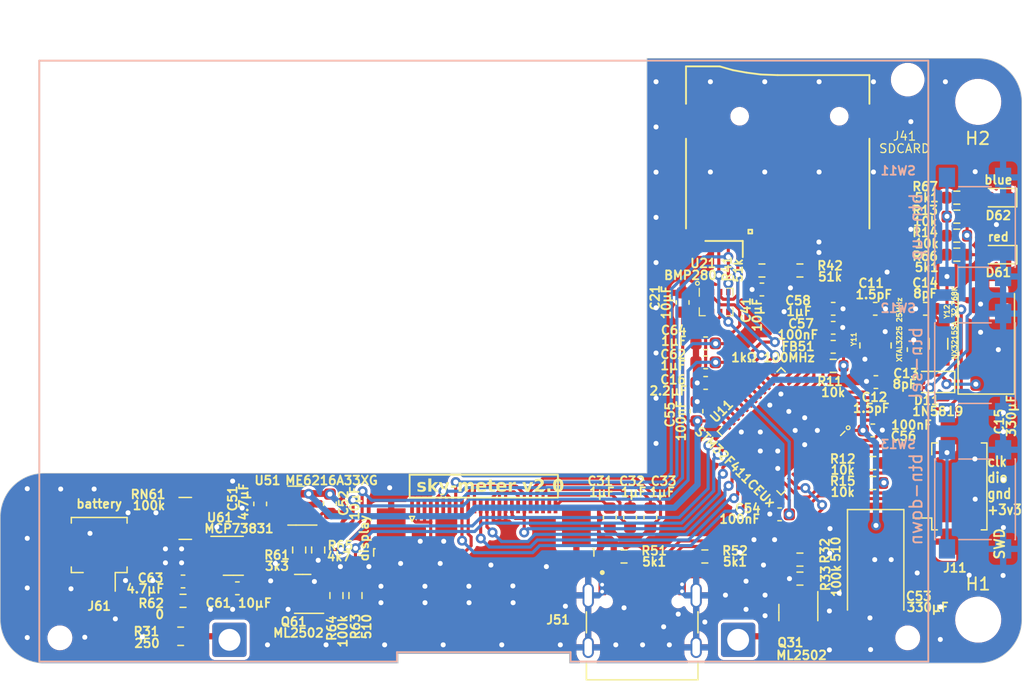
<source format=kicad_pcb>
(kicad_pcb (version 20221018) (generator pcbnew)
  (layers (0 "F.Cu" signal) (31 "B.Cu" signal) (34 "B.Paste" user) (35 "F.Paste" user) (36 "B.SilkS" user "B.Silkscreen") (37 "F.SilkS" user "F.Silkscreen") (38 "B.Mask" user) (39 "F.Mask" user) (44 "Edge.Cuts" user))
  (net 0 "")
  (net 1 "GND")
  (net 2 "Net-(U11-PH0)")
  (net 3 "Net-(U11-PH1)")
  (net 4 "Net-(U11-PC14)")
  (net 5 "Net-(U11-PC15)")
  (net 6 "Net-(J31-Pin_20)")
  (net 7 "Net-(J31-Pin_24)")
  (net 8 "Net-(J31-Pin_22)")
  (net 9 "Net-(J31-Pin_23)")
  (net 10 "Net-(J31-Pin_21)")
  (net 11 "Net-(U11-VCAP1)")
  (net 12 "/sdcard-en")
  (net 13 "+3V3")
  (net 14 "/d-en")
  (net 15 "+3.3VA")
  (net 16 "Net-(J41-DAT2)")
  (net 17 "usb-5v")
  (net 18 "batt-info")
  (net 19 "Net-(U61-VBAT)")
  (net 20 "+BATT")
  (net 21 "/spi-mosi")
  (net 22 "/spi-clk")
  (net 23 "/d-rst")
  (net 24 "/d-rs-dc")
  (net 25 "/d-cs")
  (net 26 "Net-(J32-Pin_1)")
  (net 27 "Net-(J32-Pin_2)")
  (net 28 "/sdcard-cs")
  (net 29 "/spi-miso")
  (net 30 "Net-(J41-DAT1)")
  (net 31 "/sdcard-cd")
  (net 32 "Net-(J51-CC1)")
  (net 33 "/usb-d+")
  (net 34 "/usb-d-")
  (net 35 "Net-(J51-CC2)")
  (net 38 "Net-(U11-NRST)")
  (net 39 "Net-(Q31-G)")
  (net 40 "Net-(Q61-G)")
  (net 41 "Net-(Q61-D)")
  (net 42 "Net-(U11-BOOT0)")
  (net 43 "d-led")
  (net 44 "chg-cur")
  (net 45 "chg-hi")
  (net 46 "Net-(RN61-R2.1)")
  (net 47 "Net-(RN61-R3.2)")
  (net 48 "/btn-up")
  (net 49 "/btn-sel")
  (net 50 "/btn-dn")
  (net 51 "bmp280-cs")
  (net 52 "chg-ind")
  (net 53 "/swdio")
  (net 54 "/swclk")
  (net 55 "Net-(D61-A)")
  (net 56 "Net-(D62-A)")
  (net 57 "/led-r")
  (net 58 "/led-b")
  (net 60 "Net-(D11-K)")
  (footprint "Resistor_SMD:R_0603_1608Metric" (layer "F.Cu") (at 104.902 70.8129 180)
    (fp_text reference "R33")
    (fp_text value "100k")
  )
  (footprint "Capacitor_SMD:C_0603_1608Metric" (layer "F.Cu") (at 95.504 48.6664 90)
    (fp_text reference "C21")
    (fp_text value "10μF")
  )
  (footprint "Package_DFN_QFN:QFN-48-1EP_7x7mm_P0.5mm_EP5.6x5.6mm" (layer "F.Cu") (at 103.392884 58.997777 -135)
    (fp_text reference "U11")
    (fp_text value "STM32F411CEUx")
  )
  (footprint "Package_TO_SOT_SMD:SOT-23-5" (layer "F.Cu") (at 59.4923 68.9834)
    (fp_text reference "U61")
    (fp_text value "MCP73831")
  )
  (footprint "Resistor_SMD:R_0603_1608Metric" (layer "F.Cu") (at 64.77 68.516 -90)
    (fp_text reference "R61")
    (fp_text value "3k3")
  )
  (footprint "Capacitor_SMD:C_0603_1608Metric" (layer "F.Cu") (at 114.0206 52.4473 -90)
    (fp_text reference "C13")
    (fp_text value "8pF")
  )
  (footprint "Package_TO_SOT_SMD:SOT-23" (layer "F.Cu") (at 65.0517 72.0364 180)
    (fp_text reference "Q61")
    (fp_text value "ML2502")
  )
  (footprint "Capacitor_SMD:C_0603_1608Metric" (layer "F.Cu") (at 61.6458 64.8206 -90)
    (fp_text reference "C51")
    (fp_text value "4.7μF")
  )
  (footprint "Capacitor_SMD:C_0603_1608Metric" (layer "F.Cu") (at 96.6098 57.391 90)
    (fp_text reference "C55")
    (fp_text value "100nF")
  )
  (footprint "TSX-3225_16.0000MF18X-AC3:XTAL_TSX-3225_16.0000MF18X-AC3" (layer "F.Cu") (at 110.96 52.113 -90)
    (fp_text reference "Y11")
    (fp_text value "XTAL3225 25MHz")
  )
  (footprint "Resistor_SMD:R_0603_1608Metric" (layer "F.Cu") (at 66.294 68.516 -90)
    (fp_text reference "R65")
    (fp_text value "4k7")
  )
  (footprint "Capacitor_SMD:C_0603_1608Metric" (layer "F.Cu") (at 67.2338 64.8076 90)
    (fp_text reference "C52")
    (fp_text value "10μF")
  )
  (footprint "Capacitor_SMD:C_0603_1608Metric" (layer "F.Cu") (at 89.662 65.9254 90)
    (fp_text reference "C31")
    (fp_text value "1μF")
  )
  (footprint "Resistor_SMD:R_0603_1608Metric" (layer "F.Cu") (at 90.805 69.0372)
    (fp_text reference "R51")
    (fp_text value "5k1")
  )
  (footprint "Inductor_SMD:L_0603_1608Metric" (layer "F.Cu") (at 107.5689 52.2224 180)
    (fp_text reference "FB51")
    (fp_text value "1kΩ 100MHz")
  )
  (footprint "Connector_FFC-FPC:TE_2-1734839-4_1x24-1MP_P0.5mm_Horizontal" (layer "F.Cu") (at 79.5652 66.374)
    (fp_text reference "J31" hide)
    (fp_text value "display")
  )
  (footprint "LED_SMD:LED_0603_1608Metric" (layer "F.Cu") (at 120.8024 44.831 180)
    (fp_text reference "D61")
    (fp_text value "red")
  )
  (footprint "Capacitor_SMD:C_0603_1608Metric" (layer "F.Cu") (at 92.9132 65.9254 90)
    (fp_text reference "C33")
    (fp_text value "1μF")
  )
  (footprint "Connector_Molex:Molex_PicoBlade_53261-0271_1x02-1MP_P1.25mm_Horizontal" (layer "F.Cu") (at 48.7426 68.6184 180)
    (fp_text reference "J61")
    (fp_text value "battery")
  )
  (footprint "Resistor_SMD:R_0603_1608Metric" (layer "F.Cu") (at 107.569 53.7464 180)
    (fp_text reference "R11")
    (fp_text value "10k")
  )
  (footprint "Resistor_SMD:R_0603_1608Metric" (layer "F.Cu") (at 117.475 43.307 180)
    (fp_text reference "R14")
    (fp_text value "10k")
  )
  (footprint "Diode_SMD:D_SOD-323" (layer "F.Cu") (at 115.697 55.0418 180)
    (fp_text reference "D11")
    (fp_text value "1N5819")
  )
  (footprint "Resistor_SMD:R_Array_Convex_4x0603" (layer "F.Cu") (at 55.6404 65.983)
    (fp_text reference "RN61")
    (fp_text value "100k")
  )
  (footprint "Resistor_SMD:R_0603_1608Metric" (layer "F.Cu") (at 67.7574 72.1709 90)
    (fp_text reference "R64")
    (fp_text value "100k")
  )
  (footprint "MountingHole:MountingHole_3.2mm_M3" (layer "F.Cu") (at 119.1895 74.1038)
    (fp_text reference "H1")
    (fp_text value "MountingHole" hide)
  )
  (footprint "Package_TO_SOT_SMD:SOT-23" (layer "F.Cu") (at 104.775 73.533 -90)
    (fp_text reference "Q31")
    (fp_text value "ML2502")
  )
  (footprint "Resistor_SMD:R_0603_1608Metric" (layer "F.Cu") (at 110.744 63.1444 180)
    (fp_text reference "R15")
    (fp_text value "10k")
  )
  (footprint "Package_LGA:Bosch_LGA-8_2x2.5mm_P0.65mm_ClockwisePinNumbering" (layer "F.Cu") (at 98.1866 48.6284)
    (fp_text reference "U21")
    (fp_text value "BMP280")
  )
  (footprint "NX3215SA-32.768K-STD-MUA-14:XTAL_NX3215SA-32.768K-STD-MUA-14" (layer "F.Cu") (at 116.0018 51.9777 -90)
    (fp_text reference "Y12")
    (fp_text value "NX3215SA 32.768K")
  )
  (footprint "Capacitor_SMD:C_0603_1608Metric" (layer "F.Cu") (at 107.569 50.6984 180)
    (fp_text reference "C57")
    (fp_text value "100nF")
  )
  (footprint "my:display-128x64" (layer "F.Cu") (at 79.566 53.369)
    (fp_text reference "J32" hide)
    (fp_text value "~" hide)
  )
  (footprint "Capacitor_SMD:C_0603_1608Metric" (layer "F.Cu") (at 107.569 49.1744 180)
    (fp_text reference "C58")
    (fp_text value "1μF")
  )
  (footprint "Capacitor_SMD:C_0603_1608Metric" (layer "F.Cu") (at 97.3458 55.118 180)
    (fp_text reference "C16")
    (fp_text value "2.2μF")
  )
  (footprint "Capacitor_SMD:C_0603_1608Metric" (layer "F.Cu") (at 55.4614 71.0438 180)
    (fp_text reference "C63")
    (fp_text value "4.7μF")
  )
  (footprint "Resistor_SMD:R_0603_1608Metric" (layer "F.Cu") (at 69.2814 72.1709 90)
    (fp_text reference "R63")
    (fp_text value "510")
  )
  (footprint "Resistor_SMD:R_0805_2012Metric" (layer "F.Cu") (at 55.2704 75.438 180)
    (fp_text reference "R31")
    (fp_text value "250")
  )
  (footprint "Connector_Molex:Molex_PicoBlade_53261-0471_1x04-1MP_P1.25mm_Horizontal" (layer "F.Cu") (at 117.1782 63.4184 90)
    (fp_text reference "J11")
    (fp_text value "SWD")
  )
  (footprint "Resistor_SMD:R_0603_1608Metric" (layer "F.Cu") (at 97.282 69.0372)
    (fp_text reference "R52")
    (fp_text value "5k1")
  )
  (footprint "Capacitor_Tantalum_SMD:CP_EIA-7343-20_Kemet-V" (layer "F.Cu") (at 119.8372 51.6011 90)
    (fp_text reference "C15")
    (fp_text value "330μF")
  )
  (footprint "Resistor_SMD:R_0603_1608Metric" (layer "F.Cu") (at 101.854 46.101)
    (fp_text reference "R41")
    (fp_text value "51k")
  )
  (footprint "microsd:Conn_uSDcard" (layer "F.Cu") (at 103.1216 33.7312 180)
    (fp_text reference "J41")
    (fp_text value "SDCARD")
  )
  (footprint "Capacitor_SMD:C_0603_1608Metric" (layer "F.Cu") (at 114.948 49.1744)
    (fp_text reference "C14")
    (fp_text value "8pF")
  )
  (footprint "Resistor_SMD:R_0603_1608Metric" (layer "F.Cu") (at 117.475 44.831 180)
    (fp_text reference "R66")
    (fp_text value "5k1")
  )
  (footprint "Capacitor_SMD:C_0603_1608Metric" (layer "F.Cu") (at 59.817 71.5894 180)
    (fp_text reference "C61")
    (fp_text value "10μF")
  )
  (footprint "Resistor_SMD:R_0603_1608Metric" (layer "F.Cu") (at 104.902 69.2889 180)
    (fp_text reference "R32")
    (fp_text value "510")
  )
  (footprint "Capacitor_SMD:C_0603_1608Metric" (layer "F.Cu") (at 101.854 47.625)
    (fp_text reference "C41")
    (fp_text value "10μF")
  )
  (footprint "Resistor_SMD:R_0603_1608Metric" (layer "F.Cu") (at 55.4614 72.5932 180)
    (fp_text reference "R62")
    (fp_text value "0")
  )
  (footprint "Capacitor_SMD:C_0603_1608Metric" (layer "F.Cu") (at 97.3452 53.467 180)
    (fp_text reference "C62")
    (fp_text value "1μF")
  )
  (footprint "Resistor_SMD:R_0603_1608Metric" (layer "F.Cu") (at 104.902 46.101)
    (fp_text reference "R42")
    (fp_text value "51k")
  )
  (footprint "Capacitor_SMD:C_0603_1608Metric" (layer "F.Cu") (at 110.9896 55.0504)
    (fp_text reference "C12")
    (fp_text value "1.5pF")
  )
  (footprint "TYPE-C-31-M-12:HRO_TYPE-C-31-M-12" (layer "F.Cu") (at 92.2598 76.327)
    (fp_text reference "J51")
    (fp_text value "TYPE-C-31-M-12" hide)
  )
  (footprint "Capacitor_SMD:C_0603_1608Metric" (layer "F.Cu") (at 91.2876 65.9248 90)
    (fp_text reference "C32")
    (fp_text value "1μF")
  )
  (footprint "Resistor_SMD:R_0603_1608Metric" (layer "F.Cu") (at 117.475 41.783 180)
    (fp_text reference "R13")
    (fp_text value "10k")
  )
  (footprint "Capacitor_SMD:C_0603_1608Metric" (layer "F.Cu") (at 110.9388 49.1744 180)
    (fp_text reference "C11")
    (fp_text value "1.5pF")
  )
  (footprint "Capacitor_Tantalum_SMD:CP_EIA-7343-20_Kemet-V" (layer "F.Cu") (at 110.9726 69.6859 -90)
    (fp_text reference "C53")
    (fp_text value "330μF")
  )
  (footprint "Resistor_SMD:R_0603_1608Metric" (layer "F.Cu") (at 117.475 40.259 180)
    (fp_text reference "R67")
    (fp_text value "5k1")
  )
  (footprint "Capacitor_SMD:C_0603_1608Metric" (layer "F.Cu") (at 97.3452 51.943 180)
    (fp_text reference "C64")
    (fp_text value "1μF")
  )
  (footprint "LED_SMD:LED_0603_1608Metric" (layer "F.Cu") (at 120.8024 40.259 180)
    (fp_text reference "D62")
    (fp_text value "blue")
  )
  (footprint "Resistor_SMD:R_0603_1608Metric" (layer "F.Cu") (at 110.744 61.5442)
    (fp_text reference "R12")
    (fp_text value "10k")
  )
  (footprint "Package_TO_SOT_SMD:SOT-23" (layer "F.Cu") (at 64.5137 64.96 180)
    (fp_text reference "U51")
    (fp_text value "ME6216A33XG")
  )
  (footprint "Capacitor_SMD:C_0603_1608Metric" (layer "F.Cu") (at 110.744 58.928)
    (fp_text reference "C56")
    (fp_text value "100nF")
  )
  (footprint "Capacitor_SMD:C_0603_1608Metric" (layer "F.Cu") (at 103.274748 65.659 180)
    (fp_text reference "C54")
    (fp_text value "100nF")
  )
  (footprint "MountingHole:MountingHole_3.2mm_M3" (layer "F.Cu") (at 119.1895 32.5762)
    (fp_text reference "H2")
    (fp_text value "MountingHole" hide)
  )
  (footprint "Button_Switch_SMD:SW_Push_1P1T_NO_6x6mm_H9.5mm" (layer "B.Cu") (at 118.9334 42.6086 90)
    (fp_text reference "SW11")
    (fp_text value "btn-up")
  )
  (footprint "Button_Switch_SMD:SW_Push_1P1T_NO_6x6mm_H9.5mm" (layer "B.Cu") (at 118.9334 53.5306 90)
    (fp_text reference "SW12")
    (fp_text value "btn-sel")
  )
  (footprint "Button_Switch_SMD:SW_Push_1P1T_NO_6x6mm_H9.5mm" (layer "B.Cu") (at 118.9376 64.4524 90)
    (fp_text reference "SW13")
    (fp_text value "btn-down")
  )
  (gr_rect (start 73.622655 62.484) (end 85.509855 64.3128) (stroke (width 0.15)) (fill none) (layer "F.SilkS"))
  (gr_line (start 72.7075 77.597) (end 44.323 77.597) (stroke (width 0.05)) (layer "Edge.Cuts"))
  (gr_line (start 92.6338 29.083) (end 92.6338 62.357) (stroke (width 0.05)) (layer "Edge.Cuts"))
  (gr_line (start 122.682 32.5882) (end 122.682 74.0918) (stroke (width 0.05)) (layer "Edge.Cuts"))
  (gr_line (start 72.7075 77.597) (end 72.7075 76.835) (stroke (width 0.05)) (layer "Edge.Cuts"))
  (gr_line (start 86.4235 77.597) (end 86.4235 76.835) (stroke (width 0.05)) (layer "Edge.Cuts"))
  (gr_line (start 92.6338 29.083) (end 119.1768 29.083) (stroke (width 0.05)) (layer "Edge.Cuts"))
  (gr_line (start 86.4235 77.597) (end 119.1768 77.597) (stroke (width 0.05)) (layer "Edge.Cuts"))
  (gr_arc (start 40.8178 65.8622) (mid 41.844449 63.383649) (end 44.323 62.357) (stroke (width 0.05)) (layer "Edge.Cuts"))
  (gr_line (start 72.7075 76.835) (end 86.4235 76.835) (stroke (width 0.05)) (layer "Edge.Cuts"))
  (gr_line (start 40.8178 74.0918) (end 40.8178 65.8622) (stroke (width 0.05)) (layer "Edge.Cuts"))
  (gr_arc (start 44.323 77.597) (mid 41.844449 76.570351) (end 40.8178 74.0918) (stroke (width 0.05)) (layer "Edge.Cuts"))
  (gr_arc (start 122.682 74.0918) (mid 121.655351 76.570351) (end 119.1768 77.597) (stroke (width 0.05)) (layer "Edge.Cuts"))
  (gr_arc (start 119.1768 29.083) (mid 121.655351 30.109649) (end 122.682 32.5882) (stroke (width 0.05)) (layer "Edge.Cuts"))
  (gr_line (start 92.6338 62.357) (end 44.323 62.357) (stroke (width 0.05)) (layer "Edge.Cuts"))
  (gr_text "clk\ndio\ngnd\n+3v3" (at 119.8372 65.7606) (layer "F.SilkS") (effects (font (size 0.8 0.7)) (justify left bottom)))
  (gr_text "sky-meter v2.0" (at 74.168 64.008) (layer "F.SilkS") (effects (font (size 1 1) (thickness 0.25) bold) (justify left bottom)))
  (segment (start 116.703 64.0434) (end 116.7384 64.008) (width 0.5) (layer "F.Cu") (net 1))
  (segment (start 67.2338 65.5826) (end 67.2325 65.5813) (width 0.25) (layer "F.Cu") (net 1))
  (segment (start 114.7782 64.0434) (end 113.7566 64.0434) (width 0.5) (layer "F.Cu") (net 1))
  (segment (start 48.1176 69.0472) (end 48.1176 71.0184) (width 0.75) (layer "F.Cu") (net 1))
  (segment (start 102.499748 64.602948) (end 102.209889 64.313089) (width 0.25) (layer "F.Cu") (net 1))
  (segment (start 106.495777 58.997777) (end 106.299 58.801) (width 0.25) (layer "F.Cu") (net 1))
  (segment (start 112.5318 51.013) (end 113.1911 51.6723) (width 0.25) (layer "F.Cu") (net 1))
  (segment (start 67.1631 71.3459) (end 66.9036 71.0864) (width 0.25) (layer "F.Cu") (net 1))
  (segment (start 110.236 55.0718) (end 110.2146 55.0504) (width 0.25) (layer "F.Cu") (net 1))
  (segment (start 110.719 59.728) (end 111.506 58.941) (width 0.25) (layer "F.Cu") (net 1))
  (segment (start 111.569 61.5442) (end 112.1918 61.5442) (width 0.25) (layer "F.Cu") (net 1))
  (segment (start 107.414554 59.837466) (end 107.75786 60.180772) (width 0.25) (layer "F.Cu") (net 1))
  (segment (start 96.6098 56.616) (end 96.6098 55.1806) (width 0.25) (layer "F.Cu") (net 1))
  (segment (start 114.173 49.1744) (end 111.76 49.1744) (width 0.25) (layer "F.Cu") (net 1))
  (segment (start 104.0638 70.8152) (end 104.077 71.2846) (width 0.5) (layer "F.Cu") (net 1))
  (segment (start 111.5444 58.9026) (end 111.519 58.928) (width 0.25) (layer "F.Cu") (net 1))
  (segment (start 48.1176 71.0184) (end 48.1176 72.4816) (width 0.75) (layer "F.Cu") (net 1))
  (segment (start 104.590777 58.997777) (end 104.394 58.801) (width 0.25) (layer "F.Cu") (net 1))
  (segment (start 111.506 58.941) (end 111.506 58.9026) (width 0.25) (layer "F.Cu") (net 1))
  (segment (start 97.829126 56.616) (end 99.371214 58.158088) (width 0.25) (layer "F.Cu") (net 1))
  (segment (start 114.7782 64.0434) (end 116.703 64.0434) (width 0.5) (layer "F.Cu") (net 1))
  (segment (start 102.553195 63.019447) (end 103.392884 62.179758) (width 0.25) (layer "F.Cu") (net 1))
  (segment (start 110.1552 54.991) (end 110.236 54.991) (width 0.25) (layer "F.Cu") (net 1))
  (segment (start 112.1918 61.5442) (end 113.284 60.452) (width 0.25) (layer "F.Cu") (net 1))
  (segment (start 89.0524 70.9168) (end 88.5698 70.4342) (width 0.5) (layer "F.Cu") (net 1))
  (segment (start 104.394 56.936) (end 103.392884 57.937116) (width 0.25) (layer "F.Cu") (net 1))
  (segment (start 113.1911 51.6723) (end 114.0206 51.6723) (width 0.25) (layer "F.Cu") (net 1))
  (segment (start 111.7346 51.0032) (end 111.76 49.2206) (width 0.25) (layer "F.Cu") (net 1))
  (segment (start 80.7212 63.8556) (end 80.8736 63.8556) (width 0.25) (layer "F.Cu") (net 1))
  (segment (start 114.0206 51.6636) (end 114.0206 50.5714) (width 0.25) (layer "F.Cu") (net 1))
  (segment (start 112.8306 64.9694) (end 108.157 64.9694) (width 0.5) (layer "F.Cu") (net 1))
  (segment (start 113.7566 64.0434) (end 112.8306 64.9694) (width 0.5) (layer "F.Cu") (net 1))
  (segment (start 81.3308 63.8556) (end 81.9912 63.8556) (width 0.25) (layer "F.Cu") (net 1))
  (segment (start 66.6227 65.5813) (end 66.294 65.91) (width 0.25) (layer "F.Cu") (net 1))
  (segment (start 80.8152 65.024) (end 80.8152 63.914) (width 0.25) (layer "F.Cu") (net 1))
  (segment (start 95.8088 70.5358) (end 100.1014 70.5358) (width 0.5) (layer "F.Cu") (net 1))
  (segment (start 114.173 50.419) (end 114.173 49.1744) (width 0.25) (layer "F.Cu") (net 1))
  (segment (start 111.76 51.013) (end 112.5318 51.013) (width 0.25) (layer "F.Cu") (net 1))
  (segment (start 67.2325 65.5813) (end 66.6227 65.5813) (width 0.25) (layer "F.Cu") (net 1))
  (segment (start 67.7574 71.3459) (end 67.7574 70.1646) (width 0.25) (layer "F.Cu") (net 1))
  (segment (start 61.6474 65.594) (end 62.6252 65.594) (width 0.25) (layer "F.Cu") (net 1))
  (segment (start 102.209889 64.313089) (end 102.209889 63.362753) (width 0.25) (layer "F.Cu") (net 1))
  (segment (start 105.293233 56.036767) (end 104.434 56.896) (width 0.25) (layer "F.Cu") (net 1))
  (segment (start 80.3152 65.024) (end 80.3152 64.2616) (width 0.25) (layer "F.Cu") (net 1))
  (segment (start 96.6098 55.1806) (end 96.6724 55.118) (width 0.25) (layer "F.Cu") (net 1))
  (segment (start 65.9892 71.0864) (end 65.9892 71.0438) (width 0.25) (layer "F.Cu") (net 1))
  (segment (start 89.0524 71.2978) (end 89.0524 70.9168) (width 0.5) (layer "F.Cu") (net 1))
  (segment (start 108.602358 59.728) (end 110.719 59.728) (width 0.25) (layer "F.Cu") (net 1))
  (segment (start 96.5708 53.5946) (end 96.5702 53.594) (width 0.25) (layer "F.Cu") (net 1))
  (segment (start 108.3564 49.1744) (end 108.3564 50.6476) (width 0.25) (layer "F.Cu") (net 1))
  (segment (start 102.209889 63.362753) (end 102.553195 63.019447) (width 0.25) (layer "F.Cu") (net 1))
  (segment (start 66.9036 71.0864) (end 65.9892 71.0864) (width 0.25) (layer "F.Cu") (net 1))
  (segment (start 67.7574 71.3459) (end 67.1631 71.3459) (width 0.25) (layer "F.Cu") (net 1))
  (segment (start 80.8736 63.8556) (end 81.3308 63.8556) (width 0.25) (layer "F.Cu") (net 1))
  (segment (start 104.394 56.896) (end 104.394 56.936) (width 0.25) (layer "F.Cu") (net 1))
  (segment (start 102.489 65.6336) (end 102.499748 65.622852) (width 0.25) (layer "F.Cu") (net 1))
  (segment (start 108.157 64.9694) (end 106.8324 66.294) (width 0.5) (layer "F.Cu") (net 1))
  (segment (start 66.294 69.342) (end 66.294 69.341) (width 0.25) (layer "F.Cu") (net 1))
  (segment (start 111.76 51.013) (end 111.7346 51.0032) (width 0.25) (layer "F.Cu") (net 1))
  (segment (start 97.8616 48.964796) (end 97.8616 49.4284) (width 0.25) (layer "F.Cu") (net 1))
  (segment (start 104.394 58.801) (end 104.197223 58.997777) (width 0.25) (layer "F.Cu") (net 1))
  (segment (start 66.294 70.2818) (end 66.294 69.342) (width 0.25) (layer "F.Cu") (net 1))
  (segment (start 82.3152 64.1796) (end 82.3152 65.024) (width 0.25) (layer "F.Cu") (net 1))
  (segment (start 104.197223 58.997777) (end 103.392884 58.997777) (width 0.25) (layer "F.Cu") (net 1))
  (segment (start 114.0206 51.6723) (end 114.0206 51.6636) (width 0.25) (layer "F.Cu") (net 1))
  (segment (start 65.9892 70.5866) (end 66.294 70.2818) (width 0.25) (layer "F.Cu") (net 1))
  (segment (start 102.499748 65.644348) (end 102.489 65.6336) (width 0.25) (layer "F.Cu") (net 1))
  (segment (start 106.102223 58.997777) (end 104.590777 58.997777) (width 0.25) (layer "F.Cu") (net 1))
  (segment (start 108.149586 60.180772) (end 108.602358 59.728) (width 0.25) (layer "F.Cu") (net 1))
  (segment (start 114.0206 50.5714) (end 114.173 50.419) (width 0.25) (layer "F.Cu") (net 1))
  (segment (start 104.434 56.896) (end 104.394 56.896) (width 0.25) (layer "F.Cu") (net 1))
  (segment (start 104.077 71.2846) (end 103.825 71.5366) (width 0.5) (layer "F.Cu") (net 1))
  (segment (start 67.7574 70.1646) (end 68.072 69.85) (width 0.25) (layer "F.Cu") (net 1))
  (segment (start 100.1014 70.5358) (end 100.584 71.0184) (width 0.5) (layer "F.Cu") (net 1))
  (segment (start 111.506 58.9026) (end 111.5444 58.9026) (width 0.25) (layer "F.Cu") (net 1))
  (segment (start 110.16 53.213) (end 110.109 53.213) (width 0.25) (layer "F.Cu") (net 1))
  (segment (start 107.414554 59.837466) (end 106.574865 58.997777) (width 0.25) (layer "F.Cu") (net 1))
  (segment (start 110.16 54.9958) (end 110.1552 54.991) (width 0.25) (layer "F.Cu") (net 1))
  (segment (start 97.1486 47.8914) (end 97.2116 47.8284) (width 0.25) (layer "F.Cu") (net 1))
  (segment (start 81.3152 65.024) (end 81.3152 63.8712) (width 0.25) (layer "F.Cu") (net 1))
  (segment (start 81.9912 63.8556) (end 82.3152 64.1796) (width 0.25) (layer "F.Cu") (net 1))
  (segment (start 106.299 58.801) (end 106.102223 58.997777) (width 0.25) (layer "F.Cu") (net 1))
  (segment (start 108.3564 50.6476) (end 108.331 50.673) (width 0.25) (layer "F.Cu") (net 1))
  (segment (start 110.236 54.991) (end 110.236 55.0718) (width 0.25) (layer "F.Cu") (net 1))
  (segment (start 95.504 47.8914) (end 97.1486 47.8914) (width 0.25) (layer "F.Cu") (net 1))
  (segment (start 80.3152 64.2616) (end 80.7212 63.8556) (width 0.25) (layer "F.Cu") (net 1))
  (segment (start 106.574865 58.997777) (end 106.495777 58.997777) (width 0.25) (layer "F.Cu") (net 1))
  (segment (start 65.4512 65.91) (end 66.294 65.91) (width 0.25) (layer "F.Cu") (net 1))
  (segment (start 97.2116 48.314796) (end 97.8616 48.964796) (width 0.25) (layer "F.Cu") (net 1))
  (segment (start 102.499748 65.622852) (end 102.499748 64.602948) (width 0.25) (layer "F.Cu") (net 1))
  (segment (start 103.825 71.5366) (end 103.825 72.5955) (width 0.5) (layer "F.Cu") (net 1))
  (segment (start 103.392884 57.937116) (end 103.392884 58.997777) (width 0.25) (layer "F.Cu") (net 1))
  (segment (start 62.9412 65.91) (end 62.6252 65.594) (width 0.25) (layer "F.Cu") (net 1))
  (segment (start 103.392884 62.179758) (end 103.392884 58.997777) (width 0.25) (layer "F.Cu") (net 1))
  (segment (start 104.077 70.8129) (end 104.0638 70.8152) (width 0.5) (layer "F.Cu") (net 1))
  (segment (start 97.2116 47.8284) (end 97.2116 48.314796) (width 0.25) (layer "F.Cu") (net 1))
  (segment (start 95.4532 71.2724) (end 95.4532 70.8914) (width 0.5) (layer "F.Cu") (net 1))
  (segment (start 111.76 49.1744) (end 111.7138 49.1744) (width 0.25) (layer "F.Cu") (net 1))
  (segment (start 102.499748 65.659) (end 102.499748 65.644348) (width 0.25) (layer "F.Cu") (net 1))
  (segment (start 96.5702 53.594) (end 96.5702 52.07) (width 0.25) (layer "F.Cu") (net 1))
  (segment (start 107.75786 60.180772) (end 108.149586 60.180772) (width 0.25) (layer "F.Cu") (net 1))
  (segment (start 111.76 49.2206) (end 111.7138 49.1744) (width 0.25) (layer "F.Cu") (net 1))
  (segment (start 65.4512 65.91) (end 62.9412 65.91) (width 0.25) (layer "F.Cu") (net 1))
  (segment (start 95.4532 70.8914) (end 95.8088 70.5358) (width 0.5) (layer "F.Cu") (net 1))
  (segment (start 65.9892 71.0438) (end 65.9892 70.5866) (width 0.25) (layer "F.Cu") (net 1))
  (segment (start 96.5708 55.118) (end 96.5708 53.5946) (width 0.25) (layer "F.Cu") (net 1))
  (segment (start 61.6458 65.5956) (end 61.6474 65.594) (width 0.25) (layer "F.Cu") (net 1))
  (segment (start 58.3548 68.9834) (end 56.3402 68.9834) (width 0.5) (layer "F.Cu") (net 1))
  (via (at 106.299 58.928) (size 0.8) (drill 0.4) (layers "F.Cu" "B.Cu") (net 1))
  (via (at 52.197 75.4888) (size 0.8) (drill 0.4) (layers "F.Cu" "B.Cu") (net 1))
  (via (at 71.61784 76.1238) (size 0.8) (drill 0.4) (layers "F.Cu" "B.Cu") (net 1))
  (via (at 59.436 62.992) (size 0.8) (drill 0.4) (layers "F.Cu" "B.Cu") (net 1))
  (via (at 116.1542 75.692) (size 0.8) (drill 0.4) (layers "F.Cu" "B.Cu") (net 1))
  (via (at 119.38 48.7934) (size 0.8) (drill 0.4) (layers "F.Cu" "B.Cu") (net 1))
  (via (at 90.1446 76.1238) (size 0.8) (drill 0.4) (layers "F.Cu" "B.Cu") (net 1))
  (via (at 121.2088 57.5056) (size 0.8) (drill 0.4) (layers "F.Cu" "B.Cu") (net 1))
  (via (at 94.4372 76.1238) (size 0.8) (drill 0.4) (layers "F.Cu" "B.Cu") (net 1))
  (via (at 106.426 43.815) (size 0.8) (drill 0.4) (layers "F.Cu" "B.Cu") (net 1))
  (via (at 114.3 70.358) (size 0.8) (drill 0.4) (layers "F.Cu" "B.Cu") (net 1))
  (via (at 101.219 67.691) (size 0.8) (drill 0.4) (layers "F.Cu" "B.Cu") (net 1))
  (via (at 111.506 58.9026) (size 0.8) (drill 0.4) (layers "F.Cu" "B.Cu") (net 1))
  (via (at 121.1834 70.5612) (size 0.8) (drill 0.4) (layers "F.Cu" "B.Cu") (net 1))
  (via (at 120.65 42.418) (size 0.8) (drill 0.4) (layers "F.Cu" "B.Cu") (net 1))
  (via (at 106.4387 30.9626) (size 0.8) (drill 0.4) (layers "F.Cu" "B.Cu") (net 1))
  (via (at 93.3704 34.58845) (size 0.8) (drill 0.4) (layers "F.Cu" "B.Cu") (net 1))
  (via (at 76.3524 67.818) (size 0.8) (drill 0.4) (layers "F.Cu" "B.Cu") (net 1))
  (via (at 53.0352 70.9676) (size 0.8) (drill 0.4) (layers "F.Cu" "B.Cu") (net 1))
  (via (at 118.9482 38.1762) (size 0.8) (drill 0.4) (layers "F.Cu" "B.Cu") (net 1))
  (via (at 76.073 69.596) (size 0.8) (drill 0.4) (layers "F.Cu" "B.Cu") (net 1))
  (via (at 81.915 72.7456) (size 0.8) (drill 0.4) (layers "F.Cu" "B.Cu") (net 1))
  (via (at 95.4532 71.8312) (size 0.5) (drill 0.3) (layers "F.Cu" "B.Cu") (net 1))
  (via (at 111.76 49.1744) (size 0.8) (drill 0.4) (layers "F.Cu" "B.Cu") (net 1))
  (via (at 97.7265 30.9626) (size 0.8) (drill 0.4) (layers "F.Cu" "B.Cu") (net 1))
  (via (at 102.87 67.691) (size 0.8) (drill 0.4) (layers "F.Cu" "B.Cu") (net 1))
  (via (at 66.92392 76.1238) (size 0.8) (drill 0.4) (layers "F.Cu" "B.Cu") (net 1))
  (via (at 110.8964 69.2912) (size 0.8) (drill 0.4) (layers "F.Cu" "B.Cu") (net 1))
  (via (at 42.9768 63.6016) (size 0.8) (drill 0.4) (layers "F.Cu" "B.Cu") (net 1))
  (via (at 103.124 60.579) (size 0.8) (drill 0.4) (layers "F.Cu" "B.Cu") (net 1))
  (via (at 96.6724 56.6166) (size 0.8) (drill 0.4) (layers "F.Cu" "B.Cu") (net 1))
  (via (at 107.315 66.802) (size 0.8) (drill 0.4) (layers "F.Cu" "B.Cu") (net 1))
  (via (at 100.076 68.707) (size 0.8) (drill 0.4) (layers "F.Cu" "B.Cu") (net 1))
  (via (at 74.8538 72.7456) (size 0.8) (drill 0.4) (layers "F.Cu" "B.Cu") (net 1))
  (via (at 121.2088 62.873466) (size 0.8) (drill 0.4) (layers "F.Cu" "B.Cu") (net 1))
  (via (at 42.9768 67.580933) (size 0.8) (drill 0.4) (layers "F.Cu" "B.Cu") (net 1))
  (via (at 101.727 60.579) (size 0.8) (drill 0.4) (layers "F.Cu" "B.Cu") (net 1))
  (via (at 62.484 70.993) (size 0.8) (drill 0.4) (layers "F.Cu" "B.Cu") (net 1))
  (via (at 46.482 71.628) (size 0.8) (drill 0.4) (layers "F.Cu" "B.Cu") (net 1))
  (via (at 47.5869 75.5142) (size 0.8) (drill 0.4) (layers "F.Cu" "B.Cu") (net 1))
  (via (at 108.0516 71.9836) (size 0.8) (drill 0.4) (layers "F.Cu" "B.Cu") (net 1))
  (via (at 93.3704 56.34355) (size 0.8) (drill 0.4) (layers "F.Cu" "B.Cu") (net 1))
  (via (at 89.0524 71.8566) (size 0.5) (drill 0.3) (layers "F.Cu" "B.Cu") (net 1))
  (via (at 93.3704 30.9626) (size 0.8) (drill 0.4) (layers "F.Cu" "B.Cu") (net 1))
  (via (at 74.4728 67.818) (size 0.8) (drill 0.4) (layers "F.Cu" "B.Cu") (net 1))
  (via (at 110.7948 30.9626) (size 0.8) (drill 0.4) (layers "F.Cu" "B.Cu") (net 1))
  (via (at 113.792 42.799) (size 0.8) (drill 0.4) (layers "F.Cu" "B.Cu") (net 1))
  (via (at 54.0512 69.5452) (size 0.8) (drill 0.4) (layers "F.Cu" "B.Cu") (net 1))
  (via (at 105.283 57.912) (size 0.8) (drill 0.4) (layers "F.Cu" "B.Cu") (net 1))
  (via (at 110.5154 73.9648) (size 0.8) (drill 0.4) (layers "F.Cu" "B.Cu") (net 1))
  (via (at 104.14 47.498) (size 0.8) (drill 0.4) (layers "F.Cu" "B.Cu") (net 1))
  (via (at 71.3232 71.4248) (size 0.8) (drill 0.4) (layers "F.Cu" "B.Cu") (net 1))
  (via (at 116.5606 30.9626) (size 0.8) (drill 0.4) (layers "F.Cu" "B.Cu") (net 1))
  (via (at 110.7948 38.2016) (size 0.8) (drill 0.4) (layers "F.Cu" "B.Cu") (net 1))
  (via (at 118.9482 64.4398) (size 0.8) (drill 0.4) (layers "F.Cu" "B.Cu") (net 1))
  (via (at 50.038 74.041) (size 0.8) (drill 0.4) (layers "F.Cu" "B.Cu") (net 1))
  (via (at 54.0512 68.4276) (size 0.8) (drill 0.4) (layers "F.Cu" "B.Cu") (net 1))
  (via (at 120.8024 52.451) (size 0.8) (drill 0.4) (layers "F.Cu" "B.Cu") (net 1))
  (via (at 101.0666 47.625) (size 0.8) (drill 0.4) (layers "F.Cu" "B.Cu") (net 1))
  (via (at 121.2088 59.0296) (size 0.8) (drill 0.4) (layers "F.Cu" "B.Cu") (net 1))
  (via (at 85.6996 76.1238) (size 0.8) (drill 0.4) (layers "F.Cu" "B.Cu") (net 1))
  (via (at 102.0826 30.9626) (size 0.8) (drill 0.4) (layers "F.Cu" "B.Cu") (net 1))
  (via (at 92.2909 76.1238) (size 0.8) (drill 0.4) (layers "F.Cu" "B.Cu") (net 1))
  (via (at 42.9768 71.560266) (size 0.8) (drill 0.4) (layers "F.Cu" "B.Cu") (net 1))
  (via (at 74.84745 71.4248) (size 0.8) (drill 0.4) (layers "F.Cu" "B.Cu") (net 1))
  (via (at 102.108 73.787) (size 0.8) (drill 0.4) (layers "F.Cu" "B.Cu") (net 1))
  (via (at 103.124 61.976) (size 0.8) (drill 0.4) (layers "F.Cu" "B.Cu") (net 1))
  (via (at 111.7346 51.0032) (size 0.8) (drill 0.4) (layers "F.Cu" "B.Cu") (net 1))
  (via (at 48.3362 63.627) (size 0.8) (drill 0.4) (layers "F.Cu" "B.Cu") (net 1))
  (via (at 81.00568 76.1238) (size 0.8) (drill 0.4) (layers "F.Cu" "B.Cu") (net 1))
  (via (at 100.584 71.0184) (size 0.8) (drill 0.4) (layers "F.Cu" "B.Cu") (net 1))
  (via (at 104.521 58.928) (size 0.8) (drill 0.4) (layers "F.Cu" "B.Cu") (net 1))
  (via (at 78.3844 72.7456) (size 0.8) (drill 0.4) (layers "F.Cu" "B.Cu") (net 1))
  (via (at 110.236 54.991) (size 0.8) (drill 0.4) (layers "F.Cu" "B.Cu") (net 1))
  (via (at 107.2642 73.406) (size 0.8) (drill 0.4) (layers "F.Cu" "B.Cu") (net 1))
  (via (at 107.2896 68.7832) (size 0.8) (drill 0.4) (layers "F.Cu" "B.Cu") (net 1))
  (via (at 111.887 46.228) (size 0.8) (drill 0.4) (layers "F.Cu" "B.Cu") (net 1))
  (via (at 93.3704 59.9694) (size 0.8) (drill 0.4) (layers "F.Cu" "B.Cu") (net 1))
  (via (at 98.933 72.136) (size 0.8) (drill 0.4) (layers "F.Cu" "B.Cu") (net 1))
  (via (at 114.0206 51.6636) (size 0.8) (drill 0.4) (layers "F.Cu" "B.Cu") (net 1))
  (via (at 86.106 73.025) (size 0.8) (drill 0.4) (layers "F.Cu" "B.Cu") (net 1))
  (via (at 106.4387 38.2016) (size 0.8) (drill 0.4) (layers "F.Cu" "B.Cu") (net 1))
  (via (at 93.3704 38.2143) (size 0.8) (drill 0.4) (layers "F.Cu" "B.Cu") (net 1))
  (via (at 113.792 34.163) (size 0.8) (drill 0.4) (layers "F.Cu" "B.Cu") (net 1))
  (via (at 119.38 51.054) (size 0.8) (drill 0.4) (layers "F.Cu" "B.Cu") (net 1))
  (via (at 96.6724 55.118) (size 0.8) (drill 0.4) (layers "F.Cu" "B.Cu") (net 1))
  (via (at 84.582 69.85) (size 0.8) (drill 0.4) (layers "F.Cu" "B.Cu") (net 1))
  (via (at 104.013 57.404) (size 0.8) (drill 0.4) (layers "F.Cu" "B.Cu") (net 1))
  (via (at 100.203 59.055) (size 0.8) (drill 0.4) (layers "F.Cu" "B.Cu") (net 1))
  (via (at 114.173 49.1744) (size 0.8) (drill 0.4) (layers "F.Cu" "B.Cu") (net 1))
  (via (at 42.9768 75.5396) (size 0.8) (drill 0.4) (layers "F.Cu" "B.Cu") (net 1))
  (via (at 118.4656 70.5358) (size 0.8) (drill 0.4) (layers "F.Cu" "B.Cu") (net 1))
  (via (at 70.358 69.85) (size 0.8) (drill 0.4) (layers "F.Cu" "B.Cu") (net 1))
  (via (at 68.072 69.85) (size 0.8) (drill 0.4) (layers "F.Cu" "B.Cu") (net 1))
  (via (at 106.426 44.6532) (size 0.8) (drill 0.4) (layers "F.Cu" "B.Cu") (net 1))
  (via (at 80.137 69.723) (size 0.8) (drill 0.4) (layers "F.Cu" "B.Cu") (net 1))
  (via (at 101.727 59.055) (size 0.8) (drill 0.4) (layers "F.Cu" "B.Cu") (net 1))
  (via (at 55.3466 68.4276) (size 0.8) (drill 0.4) (layers "F.Cu" "B.Cu") (net 1))
  (via (at 105.283 60.071) (size 0.8) (drill 0.4) (layers "F.Cu" "B.Cu") (net 1))
  (via (at 62.23 76.1238) (size 0.8) (drill 0.4) (layers "F.Cu" "B.Cu") (net 1))
  (via (at 108.3564 49.1744) (size 0.8) (drill 0.4) (layers "F.Cu" "B.Cu") (net 1))
  (via (at 60.198 65.151) (size 0.8) (drill 0.4) (layers "F.Cu" "B.Cu") (net 1))
  (via (at 55.3466 69.5452) (size 0.8) (drill 0.4) (layers "F.Cu" "B.Cu") (net 1))
  (via (at 66.294 69.342) (size 0.8) (drill 0.4) (layers "F.Cu" "B.Cu") (net 1))
  (via (at 45.6565 63.627) (size 0.8) (drill 0.4) (layers "F.Cu" "B.Cu") (net 1))
  (via (at 51.054 65.532) (size 0.8) (drill 0.4) (layers "F.Cu" "B.Cu") (net 1))
  (via (at 72.898 69.596) (size 0.8) (drill 0.4) (layers "F.Cu" "B.Cu") (net 1))
  (via (at 57.658 73.279) (size 0.8) (drill 0.4) (layers "F.Cu" "B.Cu") (net 1))
  (via (at 62.865 69.596) (size 0.8) (drill 0.4) (layers "F.Cu" "B.Cu") (net 1))
  (via (at 63.881 73.279) (size 0.8) (drill 0.4) (layers "F.Cu" "B.Cu") (net 1))
  (via (at 93.98 74.676) (size 0.8) (drill 0.4) (layers "F.Cu" "B.Cu") (net 1))
  (via (at 100.584 73.279) (size 0.8) (drill 0.4) (layers "F.Cu" "B.Cu") (net 1))
  (via (at 110.109 53.213) (size 0.8) (drill 0.4) (layers "F.Cu" "B.Cu") (net 1))
  (via (at 48.006 67.183) (size 0.8) (drill 0.4) (layers "F.Cu" "B.Cu") (net 1))
  (via (at 93.3704 41.84015) (size 0.8) (drill 0.4) (layers "F.Cu" "B.Cu") (net 1))
  (via (at 93.3704 52.7177) (size 0.8) (drill 0.4) (layers "F.Cu" "B.Cu") (net 1))
  (via (at 102.489 65.6336) (size 0.8) (drill 0.4) (layers "F.Cu" "B.Cu") (net 1))
  (via (at 107.2642 76.5302) (size 0.8) (drill 0.4) (layers "F.Cu" "B.Cu") (net 1))
  (via (at 81.89595 71.3994) (size 0.8) (drill 0.4) (layers "F.Cu" "B.Cu") (net 1))
  (via (at 76.31176 76.1238) (size 0.8) (drill 0.4) (layers "F.Cu" "B.Cu") (net 1))
  (via (at 93.3704 45.466) (size 0.8) (drill 0.4) (layers "F.Cu" "B.Cu") (net 1))
  (via (at 103.378 56.007) (size 0.8) (drill 0.4) (layers "F.Cu" "B.Cu") (net 1))
  (via (at 93.3704 49.09185) (size 0.8) (drill 0.4) (layers "F.Cu" "B.Cu") (net 1))
  (via (at 102.108 72.136) (size 0.8) (drill 0.4) (layers "F.Cu" "B.Cu") (net 1))
  (via (at 50.8508 70.9676) (size 0.8) (drill 0.4) (layers "F.Cu" "B.Cu") (net 1))
  (via (at 104.0638 70.8152) (size 0.8) (drill 0.4) (layers "F.Cu" "B.Cu") (net 1))
  (via (at 112.2172 69.2912) (size 0.8) (drill 0.4) (layers "F.Cu" "B.Cu") (net 1))
  (via (at 72.0217 63.5254) (size 0.8) (drill 0.4) (layers "F.Cu" "B.Cu") (net 1))
  (via (at 89.0524 71.2978) (size 0.5) (drill 0.3) (layers "F.Cu" "B.Cu") (net 1))
  (via (at 53.2892 65.532) (size 0.8) (drill 0.4) (layers "F.Cu" "B.Cu") (net 1))
  (via (at 118.9228 61.214) (size 0.8) (drill 0.4) (layers "F.Cu" "B.Cu") (net 1))
  (via (at 65.9892 71.0438) (size 0.8) (drill 0.4) (layers "F.Cu" "B.Cu") (net 1))
  (via (at 103.632 49.403) (size 0.8) (drill 0.4) (layers "F.Cu" "B.Cu") (net 1))
  (via (at 108.331 50.673) (size 0.8) (drill 0.4) (layers "F.Cu" "B.Cu") (net 1))
  (via (at 90.805 73.152) (size 0.8) (drill 0.4) (layers "F.Cu" "B.Cu") (net 1))
  (via (at 95.4532 71.2724) (size 0.5) (drill 0.3) (layers "F.Cu" "B.Cu") (net 1))
  (via (at 102.489 56.896) (size 0.8) (drill 0.4) (layers "F.Cu" "B.Cu") (net 1))
  (via (at 101.981 69.723) (size 0.8) (drill 0.4) (layers "F.Cu" "B.Cu") (net 1))
  (via (at 97.7265 38.2016) (size 0.8) (drill 0.4) (layers "F.Cu" "B.Cu") (net 1))
  (via (at 121.2088 66.717332) (size 0.8) (drill 0.4) (layers "F.Cu" "B.Cu") (net 1))
  (via (at 78.3717 71.4248) (size 0.8) (drill 0.4) (layers "F.Cu" "B.Cu") (net 1))
  (via (at 102.0826 38.2016) (size 0.8) (drill 0.4) (layers "F.Cu" "B.Cu") (net 1))
  (via (at 97.282 74.295) (size 0.8) (drill 0.4) (layers "F.Cu" "B.Cu") (net 1))
  (via (at 58.166 66.675) (size 0.8) (drill 0.4) (layers "F.Cu" "B.Cu") (net 1))
  (via (at 71.3232 72.7456) (size 0.8) (drill 0.4) (layers "F.Cu" "B.Cu") (net 1))
  (via (at 59.436 73.279) (size 0.8) (drill 0.4) (layers "F.Cu" "B.Cu") (net 1))
  (via (at 95.1484 73.66) (size 0.8) (drill 0.4) (layers "F.Cu" "B.Cu") (net 1))
  (via (at 110.5662 76.5048) (size 0.8) (drill 0.4) (layers "F.Cu" "B.Cu") (net 1))
  (via (at 116.1796 73.0758) (size 0.8) (drill 0.4) (layers "F.Cu" "B.Cu") (net 1))
  (segment (start 111.767417 56.3004) (end 112.66 55.407818) (width 0.25) (layer "F.Cu") (net 2))
  (segment (start 110.16 49.1782) (end 110.1638 49.1744) (width 0.25) (layer "F.Cu") (net 2))
  (segment (start 106.353894 57.097428) (end 107.150922 56.3004) (width 0.25) (layer "F.Cu") (net 2))
  (segment (start 110.16 51.013) (end 110.16 49.1782) (width 0.25) (layer "F.Cu") (net 2))
  (segment (start 112.66 52.3658) (end 112.3642 52.07) (width 0.25) (layer "F.Cu") (net 2))
  (segment (start 110.414 52.07) (end 110.16 51.816) (width 0.25) (layer "F.Cu") (net 2))
  (segment (start 112.66 55.407818) (end 112.66 52.3658) (width 0.25) (layer "F.Cu") (net 2))
  (segment (start 110.16 51.816) (end 110.16 51.013) (width 0.25) (layer "F.Cu") (net 2))
  (segment (start 107.150922 56.3004) (end 111.767417 56.3004) (width 0.25) (layer "F.Cu") (net 2))
  (segment (start 112.3642 52.07) (end 110.414 52.07) (width 0.25) (layer "F.Cu") (net 2))
  (segment (start 106.00034 56.743874) (end 106.893814 55.8504) (width 0.25) (layer "F.Cu") (net 3))
  (segment (start 110.9646 55.8504) (end 111.7646 55.0504) (width 0.25) (layer "F.Cu") (net 3))
  (segment (start 106.893814 55.8504) (end 110.9646 55.8504) (width 0.25) (layer "F.Cu") (net 3))
  (segment (start 111.7646 53.2176) (end 111.76 53.213) (width 0.25) (layer "F.Cu") (net 3))
  (segment (start 111.7646 55.0504) (end 111.7646 53.2176) (width 0.25) (layer "F.Cu") (net 3))
  (segment (start 113.6706 54.2036) (end 113.6706 54.198) (width 0.25) (layer "F.Cu") (net 4))
  (segment (start 107.061 57.733824) (end 107.594424 57.2004) (width 0.25) (layer "F.Cu") (net 4))
  (segment (start 107.061 57.804534) (end 107.061 57.733824) (width 0.25) (layer "F.Cu") (net 4))
  (segment (start 112.140209 57.2004) (end 113.56 55.78061) (width 0.25) (layer "F.Cu") (net 4))
  (segment (start 114.026 53.2277) (end 114.0206 53.2223) (width 0.25) (layer "F.Cu") (net 4))
  (segment (start 113.6706 54.198) (end 114.0206 53.848) (width 0.25) (layer "F.Cu") (net 4))
  (segment (start 116.0018 53.2277) (end 114.026 53.2277) (width 0.25) (layer "F.Cu") (net 4))
  (segment (start 113.56 54.3142) (end 113.6706 54.2036) (width 0.25) (layer "F.Cu") (net 4))
  (segment (start 107.594424 57.2004) (end 112.140209 57.2004) (width 0.25) (layer "F.Cu") (net 4))
  (segment (start 113.56 55.78061) (end 113.56 54.3142) (width 0.25) (layer "F.Cu") (net 4))
  (segment (start 114.0206 53.848) (end 114.0206 53.2223) (width 0.25) (layer "F.Cu") (net 4))
  (segment (start 111.953813 56.7504) (end 113.11 55.594214) (width 0.25) (layer "F.Cu") (net 5))
  (segment (start 113.11 52.8536) (end 113.5163 52.4473) (width 0.25) (layer "F.Cu") (net 5))
  (segment (start 113.5163 52.4473) (end 114.498417 52.4473) (width 0.25) (layer "F.Cu") (net 5))
  (segment (start 116.0018 50.0126) (end 116.0018 50.7277) (width 0.25) (layer "F.Cu") (net 5))
  (segment (start 106.707447 57.450981) (end 107.408028 56.7504) (width 0.25) (layer "F.Cu") (net 5))
  (segment (start 107.408028 56.7504) (end 111.953813 56.7504) (width 0.25) (layer "F.Cu") (net 5))
  (segment (start 113.11 55.594214) (end 113.11 52.8536) (width 0.25) (layer "F.Cu") (net 5))
  (segment (start 115.723 49.7338) (end 116.0018 50.0126) (width 0.25) (layer "F.Cu") (net 5))
  (segment (start 114.498417 52.4473) (end 116.0018 50.943917) (width 0.25) (layer "F.Cu") (net 5))
  (segment (start 115.723 49.1744) (end 115.723 49.7338) (width 0.25) (layer "F.Cu") (net 5))
  (segment (start 116.0018 50.943917) (end 116.0018 50.7277) (width 0.25) (layer "F.Cu") (net 5))
  (segment (start 89.662 66.7004) (end 90.4364 67.4748) (width 0.25) (layer "F.Cu") (net 6))
  (segment (start 91.775217 62.7596) (end 93.726 64.710383) (width 0.25) (layer "F.Cu") (net 6))
  (segment (start 93.726 64.710383) (end 93.726 65.8876) (width 0.25) (layer "F.Cu") (net 6))
  (segment (start 84.320412 62.7596) (end 91.775217 62.7596) (width 0.25) (layer "F.Cu") (net 6))
  (segment (start 92.1388 67.4748) (end 92.9132 66.7004) (width 0.25) (layer "F.Cu") (net 6))
  (segment (start 90.4364 67.4748) (end 92.1388 67.4748) (width 0.25) (layer "F.Cu") (net 6))
  (segment (start 93.726 65.8876) (end 92.9132 66.7004) (width 0.25) (layer "F.Cu") (net 6))
  (segment (start 83.3152 63.764812) (end 84.320412 62.7596) (width 0.25) (layer "F.Cu") (net 6))
  (segment (start 83.3152 65.024) (end 83.3152 63.764812) (width 0.25) (layer "F.Cu") (net 6))
  (segment (start 89.0712 64.5596) (end 89.662 65.1504) (width 0.25) (layer "F.Cu") (net 7))
  (segment (start 85.3152 65.024) (end 85.7796 64.5596) (width 0.25) (layer "F.Cu") (net 7))
  (segment (start 85.7796 64.5596) (end 89.0712 64.5596) (width 0.25) (layer "F.Cu") (net 7))
  (segment (start 84.693204 63.6596) (end 90.576006 63.6596) (width 0.25) (layer "F.Cu") (net 8))
  (segment (start 84.3152 64.037604) (end 84.693204 63.6596) (width 0.25) (layer "F.Cu") (net 8))
  (segment (start 90.576006 63.6596) (end 91.2876 64.371194) (width 0.25) (layer "F.Cu") (net 8))
  (segment (start 84.3152 65.024) (end 84.3152 64.037604) (width 0.25) (layer "F.Cu") (net 8))
  (segment (start 91.2876 64.371194) (end 91.2876 65.1498) (width 0.25) (layer "F.Cu") (net 8))
  (segment (start 89.874017 64.1096) (end 90.4748 64.710383) (width 0.25) (layer "F.Cu") (net 9))
  (segment (start 84.8152 65.024) (end 84.8152 64.174) (width 0.25) (layer "F.Cu") (net 9))
  (segment (start 90.4748 64.710383) (end 90.4748 65.887) (width 0.25) (layer "F.Cu") (net 9))
  (segment (start 84.8796 64.1096) (end 89.874017 64.1096) (width 0.25) (layer "F.Cu") (net 9))
  (segment (start 90.4748 65.887) (end 91.2876 66.6998) (width 0.25) (layer "F.Cu") (net 9))
  (segment (start 84.8152 64.174) (end 84.8796 64.1096) (width 0.25) (layer "F.Cu") (net 9))
  (segment (start 92.9132 65.1504) (end 92.9132 64.533979) (width 0.25) (layer "F.Cu") (net 10))
  (segment (start 84.506808 63.2096) (end 83.8152 63.901208) (width 0.25) (layer "F.Cu") (net 10))
  (segment (start 83.8152 63.901208) (end 83.8152 65.024) (width 0.25) (layer "F.Cu") (net 10))
  (segment (start 91.588821 63.2096) (end 84.506808 63.2096) (width 0.25) (layer "F.Cu") (net 10))
  (segment (start 92.9132 64.533979) (end 91.588821 63.2096) (width 0.25) (layer "F.Cu") (net 10))
  (segment (start 98.1208 55.118) (end 98.1208 56.200566) (width 0.25) (layer "F.Cu") (net 11))
  (segment (start 98.1208 56.200566) (end 99.724768 57.804534) (width 0.25) (layer "F.Cu") (net 11))
  (segment (start 102.679 46.9524) (end 102.629 47.0024) (width 0.25) (layer "F.Cu") (net 12))
  (segment (start 102.679 46.101) (end 104.077 46.101) (width 0.25) (layer "F.Cu") (net 12))
  (segment (start 104.2216 44.2312) (end 104.2216 45.2574) (width 0.25) (layer "F.Cu") (net 12))
  (segment (start 104.2216 45.2574) (end 104.077 45.402) (width 0.25) (layer "F.Cu") (net 12))
  (segment (start 104.0704 51.354699) (end 104.0704 53.458902) (width 0.25) (layer "F.Cu") (net 12))
  (segment (start 102.629 47.0024) (end 102.629 47.625) (width 0.25) (layer "F.Cu") (net 12))
  (segment (start 104.077 45.402) (end 104.077 46.101) (width 0.25) (layer "F.Cu") (net 12))
  (segment (start 102.679 46.101) (end 102.679 46.9524) (width 0.25) (layer "F.Cu") (net 12))
  (segment (start 104.0704 53.458902) (end 102.906748 54.622554) (width 0.25) (layer "F.Cu") (net 12))
  (segment (start 102.629 49.9133) (end 104.0704 51.354699) (width 0.25) (layer "F.Cu") (net 12))
  (segment (start 102.629 47.625) (end 102.629 49.9133) (width 0.25) (layer "F.Cu") (net 12))
  (segment (start 113.6804 65.2934) (end 113.665 65.278) (width 0.5) (layer "F.Cu") (net 13))
  (segment (start 96.6978 58.166) (end 98.67202 58.166) (width 0.25) (layer "F.Cu") (net 13))
  (segment (start 98.5116 49.4284) (end 98.5116 49.8244) (width 0.25) (layer "F.Cu") (net 13))
  (segment (start 113.665 65.278) (end 112.3696 66.5734) (width 0.5) (layer "F.Cu") (net 13))
  (segment (start 112.513001 58.1004) (end 114.647 55.966401) (width 0.25) (layer "F.Cu") (net 13))
  (segment (start 104.049748 64.516) (end 104.049748 65.659) (width 0.25) (layer "F.Cu") (net 13))
  (segment (start 108.32402 58.928) (end 107.768107 59.483913) (width 0.25) (layer "F.Cu") (net 13))
  (segment (start 109.969 58.3314) (end 110.2 58.1004) (width 0.25) (layer "F.Cu") (net 13))
  (segment (start 67.2112 64.01) (end 67.2338 64.0326) (width 0.5) (layer "F.Cu") (net 13))
  (segment (start 118.3 43.307) (end 118.3 43.2938) (width 0.25) (layer "F.Cu") (net 13))
  (segment (start 65.53 64.01) (end 65.532 64.008) (width 0.5) (layer "F.Cu") (net 13))
  (segment (start 118.2878 43.2816) (end 118.3 43.2694) (width 0.25) (layer "F.Cu") (net 13))
  (segment (start 96.6098 58.166) (end 96.012 58.166) (width 0.25) (layer "F.Cu") (net 13))
  (segment (start 115.316 55.499) (end 114.647 55.499) (width 0.25) (layer "F.Cu") (net 13))
  (segment (start 109.969 58.928) (end 109.9566 58.928) (width 0.25) (layer "F.Cu") (net 13))
  (segment (start 65.534 64.01) (end 67.2112 64.01) (width 0.5) (layer "F.Cu") (net 13))
  (segment (start 114.7782 65.2934) (end 113.6804 65.2934) (width 0.5) (layer "F.Cu") (net 13))
  (segment (start 96.012 58.166) (end 95.504 57.658) (width 0.25) (layer "F.Cu") (net 13))
  (segment (start 108.394 53.7078) (end 108.394 52.26) (width 0.25) (layer "F.Cu") (net 13))
  (segment (start 97.2116 49.4284) (end 95.517 49.4284) (width 0.25) (layer "F.Cu") (net 13))
  (segment (start 65.4512 64.01) (end 65.53 64.01) (width 0.5) (layer "F.Cu") (net 13))
  (segment (start 95.517 49.4284) (end 95.504 49.4414) (width 0.25) (layer "F.Cu") (net 13))
  (segment (start 109.9566 58.928) (end 108.32402 58.928) (width 0.25) (layer "F.Cu") (net 13))
  (segment (start 67.2338 64.0326) (end 67.2338 64.0334) (width 0.5) (layer "F.Cu") (net 13))
  (segment (start 67.2346 64.0334) (end 67.2338 64.0326) (width 0.5) (layer "F.Cu") (net 13))
  (segment (start 114.647 55.499) (end 114.647 55.0418) (width 0.25) (layer "F.Cu") (net 13))
  (segment (start 96.6098 58.166) (end 96.6978 58.166) (width 0.25) (layer "F.Cu") (net 13))
  (segment (start 114.647 55.966401) (end 114.647 55.499) (width 0.25) (layer "F.Cu") (net 13))
  (segment (start 97.2116 49.4284) (end 97.2116 49.8406) (width 0.25) (layer "F.Cu") (net 13))
  (segment (start 108.394 53.7342) (end 108.4072 53.721) (width 0.25) (layer "F.Cu") (net 13))
  (segment (start 98.67202 58.166) (end 99.017661 58.511641) (width 0.25) (layer "F.Cu") (net 13))
  (segment (start 108.4072 53.721) (end 108.394 53.7078) (width 0.25) (layer "F.Cu") (net 13))
  (segment (start 98.171 50.165) (end 97.536 50.165) (width 0.25) (layer "F.Cu") (net 13))
  (segment (start 67.2338 64.0334) (end 67.2346 64.0334) (width 0.5) (layer "F.Cu") (net 13))
  (segment (start 97.2116 49.8406) (end 97.536 50.165) (width 0.25) (layer "F.Cu") (net 13))
  (segment (start 95.504 49.4414) (end 95.504 57.658) (width 0.25) (layer "F.Cu") (net 13))
  (segment (start 108.394 53.7464) (end 108.394 53.7342) (width 0.25) (layer "F.Cu") (net 13))
  (segment (start 118.3 43.2938) (end 118.2878 43.2816) (width 0.25) (layer "F.Cu") (net 13))
  (segment (start 109.969 58.928) (end 109.969 58.3314) (width 0.25) (layer "F.Cu") (net 13))
  (segment (start 118.3 43.2694) (end 118.3 41.783) (width 0.25) (layer "F.Cu") (net 13))
  (segment (start 108.394 52.26) (end 108.3564 52.2224) (width 0.25) (layer "F.Cu") (net 13))
  (segment (start 102.906748 63.373) (end 104.049748 64.516) (width 0.25) (layer "F.Cu") (net 13))
  (segment (start 110.2 58.1004) (end 112.513001 58.1004) (width 0.25) (layer "F.Cu") (net 13))
  (segment (start 104.0384 65.659) (end 104.049748 65.659) (width 0.25) (layer "F.Cu") (net 13))
  (segment (start 112.3696 66.5734) (end 110.9726 66.5734) (width 0.5) (layer "F.Cu") (net 13))
  (segment (start 65.532 64.008) (end 65.534 64.01) (width 0.5) (layer "F.Cu") (net 13))
  (segment (start 98.5116 49.8244) (end 98.171 50.165) (width 0.25) (layer "F.Cu") (net 13))
  (via (at 111.633 63.119) (size 0.8) (drill 0.4) (layers "F.Cu" "B.Cu") (net 13))
  (via (at 110.998 66.548) (size 0.8) (drill 0.4) (layers "F.Cu" "B.Cu") (net 13))
  (via (at 108.4072 53.721) (size 0.8) (drill 0.4) (layers "F.Cu" "B.Cu") (net 13))
  (via (at 65.532 64.008) (size 0.8) (drill 0.4) (layers "F.Cu" "B.Cu") (net 13))
  (via (at 104.0384 65.659) (size 0.8) (drill 0.4) (layers "F.Cu" "B.Cu") (net 13))
  (via (at 118.2878 43.2816) (size 0.8) (drill 0.4) (layers "F.Cu" "B.Cu") (net 13))
  (via (at 67.2338 64.0334) (size 0.8) (drill 0.4) (layers "F.Cu" "B.Cu") (net 13))
  (via (at 109.9566 58.928) (size 0.8) (drill 0.4) (layers "F.Cu" "B.Cu") (net 13))
  (via (at 96.6978 58.166) (size 0.8) (drill 0.4) (layers "F.Cu" "B.Cu") (net 13))
  (via (at 115.316 55.499) (size 0.8) (drill 0.4) (layers "F.Cu" "B.Cu") (net 13))
  (segment (start 109.9566 58.928) (end 110.998 59.9694) (width 0.5) (layer "B.Cu") (net 13))
  (segment (start 104.0384 65.659) (end 104.0384 59.8424) (width 0.25) (layer "B.Cu") (net 13))
  (segment (start 110.998 59.9694) (end 110.998 63.119) (width 0.5) (layer "B.Cu") (net 13))
  (segment (start 100.9142 56.7182) (end 102.7684 54.864) (width 0.5) (layer "B.Cu") (net 13))
  (segment (start 111.633 63.119) (end 110.998 63.119) (width 0.25) (layer "B.Cu") (net 13))
  (segment (start 96.6978 63.2714) (end 96.6978 59.2328) (width 0.5) (layer "B.Cu") (net 13))
  (segment (start 118.5556 43.5494) (end 118.2878 43.2816) (width 0.25) (layer "B.Cu") (net 13))
  (segment (start 67.3354 65.8114) (end 69.0118 65.8114) (width 0.5) (layer "B.Cu") (net 13))
  (segment (start 118.2994 49.781705) (end 118.5556 49.525505) (width 0.25) (layer "B.Cu") (net 13))
  (segment (start 65.532 64.008) (end 67.3354 65.8114) (width 0.5) (layer "B.Cu") (net 13))
  (segment (start 110.998 63.119) (end 110.998 66.548) (width 0.5) (layer "B.Cu") (net 13))
  (segment (start 69.0118 65.8114) (end 78.2066 65.8114) (width 0.5) (layer "B.Cu") (net 13))
  (segment (start 118.2994 52.5156) (end 118.2994 49.781705) (width 0.25) (layer "B.Cu") (net 13))
  (segment (start 109.9566 56.261) (end 109.9566 58.928) (width 0.5) (layer "B.Cu") (net 13))
  (segment (start 78.8924 65.1256) (end 94.8436 65.1256) (width 0.5) (layer "B.Cu") (net 13))
  (segment (start 108.4072 54.7116) (end 108.5596 54.864) (width 0.5) (layer "B.Cu") (net 13))
  (segment (start 96.6978 59.2328) (end 98.3996 59.2328) (width 0.5) (layer "B.Cu") (net 13))
  (segment (start 102.7684 54.864) (end 108.5596 54.864) (width 0.5) (layer "B.Cu") (net 13))
  (segment (start 108.5596 54.864) (end 109.9566 56.261) (width 0.5) (layer "B.Cu") (net 13))
  (segment (start 78.2066 65.8114) (end 78.8924 65.1256) (width 0.5) (layer "B.Cu") (net 13))
  (segment (start 98.3996 59.2328) (end 100.9142 56.7182) (width 0.5) (layer "B.Cu") (net 13))
  (segment (start 104.0384 59.8424) (end 100.9142 56.7182) (width 0.25) (layer "B.Cu") (net 13))
  (segment (start 67.2338 64.0334) (end 69.0118 65.8114) (width 0.5) (layer "B.Cu") (net 13))
  (segment (start 94.8436 65.1256) (end 96.6978 63.2714) (width 0.5) (layer "B.Cu") (net 13))
  (segment (start 118.5556 49.525505) (end 118.5556 43.5494) (width 0.25) (layer "B.Cu") (net 13))
  (segment (start 96.6978 59.2328) (end 96.6978 58.166) (width 0.5) (layer "B.Cu") (net 13))
  (segment (start 115.316 55.499) (end 118.2994 52.5156) (width 0.25) (layer "B.Cu") (net 13))
  (segment (start 108.4072 53.721) (end 108.4072 54.7116) (width 0.5) (layer "B.Cu") (net 13))
  (segment (start 78.5506 67.466895) (end 78.3152 67.231495) (width 0.25) (layer "F.Cu") (net 14))
  (segment (start 82.804 66.0004) (end 82.8152 65.9892) (width 0.25) (layer "F.Cu") (net 14))
  (segment (start 75.311 67.9958) (end 75.946 68.6308) (width 0.25) (layer "F.Cu") (net 14))
  (segment (start 74.8152 66.264704) (end 74.8284 66.277904) (width 0.25) (layer "F.Cu") (net 14))
  (segment (start 78.8152 65.024) (end 78.8152 63.4828) (width 0.25) (layer "F.Cu") (net 14))
  (segment (start 75.946 68.6308) (end 78.0934 68.6308) (width 0.25) (layer "F.Cu") (net 14))
  (segment (start 75.3152 66.273704) (end 75.311 66.277904) (width 0.25) (layer "F.Cu") (net 14))
  (segment (start 75.3152 65.024) (end 75.3152 66.273704) (width 0.25) (layer "F.Cu") (net 14))
  (segment (start 75.311 66.277904) (end 74.8284 66.277904) (width 0.25) (layer "F.Cu") (net 14))
  (segment (start 74.3152 66.272704) (end 74.3204 66.277904) (width 0.25) (layer "F.Cu") (net 14))
  (segment (start 74.3152 65.024) (end 74.3152 66.272704) (width 0.25) (layer "F.Cu") (net 14))
  (segment (start 82.177596 63.4056) (end 82.8152 64.043204) (width 0.25) (layer "F.Cu") (net 14))
  (segment (start 98.7298 61.893094) (end 98.7298 62.4078) (width 0.25) (layer "F.Cu") (net 14))
  (segment (start 78.8152 63.4828) (end 78.8924 63.4056) (width 0.25) (layer "F.Cu") (net 14))
  (segment (start 78.5506 68.1736) (end 78.5506 67.466895) (width 0.25) (layer "F.Cu") (net 14))
  (segment (start 82.804 67.1068) (end 82.804 66.0004) (width 0.25) (layer "F.Cu") (net 14))
  (segment (start 78.3152 65.024) (end 78.3152 63.8994) (width 0.25) (layer "F.Cu") (net 14))
  (segment (start 74.3204 66.277904) (end 74.101104 66.277904) (width 0.25) (layer "F.Cu") (net 14))
  (segment (start 74.8152 65.024) (end 74.8152 66.264704) (width 0.25) (layer "F.Cu") (net 14))
  (segment (start 78.8924 63.4056) (end 82.177596 63.4056) (width 0.25) (layer "F.Cu") (net 14))
  (segment (start 74.8284 66.277904) (end 74.3204 66.277904) (width 0.25) (layer "F.Cu") (net 14))
  (segment (start 81.8402 65.7352) (end 82.0942 65.9892) (width 0.25) (layer "F.Cu") (net 14))
  (segment (start 74.101104 66.277904) (end 73.8152 65.992) (width 0.25) (layer "F.Cu") (net 14))
  (segment (start 78.809 63.4056) (end 78.8924 63.4056) (width 0.25) (layer "F.Cu") (net 14))
  (segment (start 78.0934 68.6308) (end 78.5506 68.1736) (width 0.25) (layer "F.Cu") (net 14))
  (segment (start 82.0942 65.9892) (end 82.8152 65.9892) (width 0.25) (layer "F.Cu") (net 14))
  (segment (start 78.3152 63.8994) (end 78.809 63.4056) (width 0.25) (layer "F.Cu") (net 14))
  (segment (start 73.8152 65.992) (end 73.8152 65.024) (width 0.25) (layer "F.Cu") (net 14))
  (segment (start 78.3152 67.231495) (end 78.3152 65.024) (width 0.25) (layer "F.Cu") (net 14))
  (segment (start 81.8402 65.049) (end 81.8402 65.7352) (width 0.25) (layer "F.Cu") (net 14))
  (segment (start 82.8152 64.043204) (end 82.8152 65.024) (width 0.25) (layer "F.Cu") (net 14))
  (segment (start 82.8152 65.024) (end 82.8152 65.9892) (width 0.25) (layer "F.Cu") (net 14))
  (segment (start 75.311 66.277904) (end 75.311 67.9958) (width 0.25) (layer "F.Cu") (net 14))
  (segment (start 81.8152 65.024) (end 81.8402 65.049) (width 0.25) (layer "F.Cu") (net 14))
  (segment (start 100.078321 60.544573) (end 98.7298 61.893094) (width 0.25) (layer "F.Cu") (net 14))
  (via (at 82.804 67.1068) (size 0.8) (drill 0.4) (layers "F.Cu" "B.Cu") (net 14))
  (via (at 98.7298 62.4078) (size 0.8) (drill 0.4) (layers "F.Cu" "B.Cu") (net 14))
  (segment (start 82.804 67.1068) (end 83.0978 66.813) (width 0.25) (layer "B.Cu") (net 14))
  (segment (start 95.597392 66.813) (end 98.4438 63.966592) (width 0.25) (layer "B.Cu") (net 14))
  (segment (start 98.4438 63.966592) (end 98.4438 62.6938) (width 0.25) (layer "B.Cu") (net 14))
  (segment (start 83.0978 66.813) (end 95.597392 66.813) (width 0.25) (layer "B.Cu") (net 14))
  (segment (start 98.4438 62.6938) (end 98.7298 62.4078) (width 0.25) (layer "B.Cu") (net 14))
  (segment (start 106.794 49.1744) (end 106.794 50.6984) (width 0.25) (layer "F.Cu") (net 15))
  (segment (start 106.5656 52.9464) (end 106.311 52.9464) (width 0.25) (layer "F.Cu") (net 15))
  (segment (start 106.311 52.9464) (end 106.019 53.2384) (width 0.25) (layer "F.Cu") (net 15))
  (segment (start 106.794 50.6984) (end 106.794 52.2098) (width 0.25) (layer "F.Cu") (net 15))
  (segment (start 106.68 52.3238) (end 106.68 52.832) (width 0.25) (layer "F.Cu") (net 15))
  (segment (start 106.68 52.832) (end 106.5656 52.9464) (width 0.25) (layer "F.Cu") (net 15))
  (segment (start 106.019 54.603894) (end 104.93968 55.683214) (width 0.25) (layer "F.Cu") (net 15))
  (segment (start 106.7814 52.2224) (end 106.68 52.3238) (width 0.25) (layer "F.Cu") (net 15))
  (segment (start 106.794 52.2098) (end 106.7814 52.2224) (width 0.25) (layer "F.Cu") (net 15))
  (segment (start 106.019 53.2384) (end 106.019 54.603894) (width 0.25) (layer "F.Cu") (net 15))
  (segment (start 101.029 45.403) (end 101.029 46.101) (width 0.25) (layer "F.Cu") (net 16))
  (segment (start 100.9216 45.2956) (end 101.029 45.403) (width 0.25) (layer "F.Cu") (net 16))
  (segment (start 100.9216 44.2312) (end 100.9216 45.2956) (width 0.25) (layer "F.Cu") (net 16))
  (segment (start 60.592 71.5894) (end 60.592 69.9712) (width 0.75) (layer "F.Cu") (net 17))
  (segment (start 62.8904 74.7014) (end 82.55 74.7014) (width 0.75) (layer "F.Cu") (net 17))
  (segment (start 89.8598 70.507) (end 89.087 69.7342) (width 0.5) (layer "F.Cu") (net 17))
  (segment (start 89.087 69.7342) (end 86.4758 69.7342) (width 0.5) (layer "F.Cu") (net 17))
  (segment (start 84.201 74.7014) (end 84.582 74.3204) (width 0.3) (layer "F.Cu") (net 17))
  (segment (start 60.592 71.5894) (end 60.592 72.403) (width 0.75) (layer "F.Cu") (net 17))
  (segment (start 94.6598 72.147051) (end 94.6598 71.577) (width 0.3) (layer "F.Cu") (net 17))
  (segment (start 92.48645 74.3204) (end 94.6598 72.147051) (width 0.3) (layer "F.Cu") (net 17))
  (segment (start 82.55 74.7014) (end 84.201 74.7014) (width 0.3) (layer "F.Cu") (net 17))
  (segment (start 60.592 72.403) (end 62.8904 74.7014) (width 0.75) (layer "F.Cu") (net 17))
  (segment (start 89.8598 71.577) (end 89.8598 70.507) (width 0.5) (layer "F.Cu") (net 17))
  (segment (start 86.4758 69.7342) (end 82.55 73.66) (width 0.5) (layer "F.Cu") (net 17))
  (segment (start 82.55 73.66) (end 82.55 74.7014) (width 0.5) (layer "F.Cu") (net 17))
  (segment (start 84.582 74.3204) (end 92.48645 74.3204) (width 0.3) (layer "F.Cu") (net 17))
  (segment (start 60.1726 66.7766) (end 68.477004 66.7766) (width 0.25) (layer "F.Cu") (net 18))
  (segment (start 68.477004 66.7766) (end 69.088 66.165604) (width 0.25) (layer "F.Cu") (net 18))
  (segment (start 99.4018 55.360246) (end 99.4018 53.9358) (width 0.25) (layer "F.Cu") (net 18))
  (segment (start 69.088 66.165604) (end 69.088 64.516) (width 0.25) (layer "F.Cu") (net 18))
  (segment (start 99.4018 55.360246) (end 100.785428 56.743874) (width 0.25) (layer "F.Cu") (net 18))
  (segment (start 98.1456 53.467) (end 98.933 53.467) (width 0.25) (layer "F.Cu") (net 18))
  (segment (start 56.5404 65.583) (end 56.5404 64.783) (width 0.25) (layer "F.Cu") (net 18))
  (segment (start 56.5404 65.583) (end 58.979 65.583) (width 0.25) (layer "F.Cu") (net 18))
  (segment (start 98.933 53.467) (end 99.4018 53.9358) (width 0.25) (layer "F.Cu") (net 18))
  (segment (start 58.979 65.583) (end 60.1726 66.7766) (width 0.25) (layer "F.Cu") (net 18))
  (via (at 98.1456 53.467) (size 0.8) (drill 0.4) (layers "F.Cu" "B.Cu") (net 18))
  (via (at 69.088 64.516) (size 0.8) (drill 0.4) (layers "F.Cu" "B.Cu") (net 18))
  (segment (start 69.5518 64.9798) (end 77.8952 64.9798) (width 0.25) (layer "B.Cu") (net 18))
  (segment (start 69.088 64.516) (end 69.5518 64.9798) (width 0.25) (layer "B.Cu") (net 18))
  (segment (start 78.0796 64.790992) (end 78.429396 64.441196) (width 0.25) (layer "B.Cu") (net 18))
  (segment (start 96.6216 53.467) (end 95.9396 54.149) (width 0.25) (layer "B.Cu") (net 18))
  (segment (start 98.1456 53.467) (end 96.6216 53.467) (width 0.25) (layer "B.Cu") (net 18))
  (segment (start 78.429396 64.441196) (end 94.413196 64.441196) (width 0.25) (layer "B.Cu") (net 18))
  (segment (start 78.0796 64.7954) (end 78.0796 64.790992) (width 0.25) (layer "B.Cu") (net 18))
  (segment (start 94.413196 64.441196) (end 95.9396 62.914792) (width 0.25) (layer "B.Cu") (net 18))
  (segment (start 77.8952 64.9798) (end 78.0796 64.7954) (width 0.25) (layer "B.Cu") (net 18))
  (segment (start 95.9396 62.914792) (end 95.9396 54.149) (width 0.25) (layer "B.Cu") (net 18))
  (segment (start 57.3468 69.9334) (end 56.2364 71.0438) (width 0.75) (layer "F.Cu") (net 19))
  (segment (start 56.2864 72.5932) (end 56.2864 71.0938) (width 0.75) (layer "F.Cu") (net 19))
  (segment (start 58.3548 69.9334) (end 57.3468 69.9334) (width 0.75) (layer "F.Cu") (net 19))
  (segment (start 56.2864 71.0938) (end 56.2364 71.0438) (width 0.75) (layer "F.Cu") (net 19))
  (segment (start 54.7404 64.783) (end 54.7404 63.7066) (width 0.25) (layer "F.Cu") (net 20))
  (segment (start 61.6834 64.008) (end 61.6458 64.0456) (width 0.5) (layer "F.Cu") (net 20))
  (segment (start 49.6824 72.5932) (end 49.3676 72.2784) (width 0.75) (layer "F.Cu") (net 20))
  (segment (start 54.6364 72.5932) (end 49.6824 72.5932) (width 0.75) (layer "F.Cu") (net 20))
  (segment (start 57.8476 64.0588) (end 57.492 63.7032) (width 0.5) (layer "F.Cu") (net 20))
  (segment (start 61.6458 64.0456) (end 61.6326 64.0588) (width 0.5) (layer "F.Cu") (net 20))
  (segment (start 63.5762 64.96) (end 63.5762 64.3382) (width 0.5) (layer "F.Cu") (net 20))
  (segment (start 63.246 64.008) (end 61.6834 64.008) (width 0.5) (layer "F.Cu") (net 20))
  (segment (start 54.7404 63.7066) (end 54.737 63.7032) (width 0.25) (layer "F.Cu") (net 20))
  (segment (start 54.3579 75.438) (end 54.3579 74.2677) (width 0.5) (layer "F.Cu") (net 20))
  (segment (start 61.6326 64.0588) (end 57.8476 64.0588) (width 0.5) (layer "F.Cu") (net 20))
  (segment (start 49.3676 72.2784) (end 49.3676 71.0184) (width 0.75) (layer "F.Cu") (net 20))
  (segment (start 54.737 63.7032) (end 51.3588 63.7032) (width 0.5) (layer "F.Cu") (net 20))
  (segment (start 54.6364 73.9892) (end 54.6364 72.5932) (width 0.5) (layer "F.Cu") (net 20))
  (segment (start 63.5762 64.3382) (end 63.246 64.008) (width 0.5) (layer "F.Cu") (net 20))
  (segment (start 49.3676 65.6944) (end 49.3676 71.0184) (width 0.5) (layer "F.Cu") (net 20))
  (segment (start 51.3588 63.7032) (end 49.3676 65.6944) (width 0.5) (layer "F.Cu") (net 20))
  (segment (start 54.3579 74.2677) (end 54.6364 73.9892) (width 0.5) (layer "F.Cu") (net 20))
  (segment (start 57.492 63.7032) (end 54.737 63.7032) (width 0.5) (layer "F.Cu") (net 20))
  (segment (start 75.8152 64.3166) (end 76.327 63.8048) (width 0.25) (layer "F.Cu") (net 21))
  (segment (start 98.5116 47.8284) (end 98.5116 48.1688) (width 0.25) (layer "F.Cu") (net 21))
  (segment (start 75.8152 65.024) (end 75.8152 64.3166) (width 0.25) (layer "F.Cu") (net 21))
  (segment (start 76.3152 65.024) (end 76.3152 63.8166) (width 0.25) (layer "F.Cu") (net 21))
  (segment (start 99.9236 48.0478) (end 99.568 48.4034) (width 0.25) (layer "F.Cu") (net 21))
  (segment (start 99.9236 46.4312) (end 99.949 46.4566) (width 0.25) (layer "F.Cu") (net 21))
  (segment (start 102.8954 51.8414) (end 101.819295 51.8414) (width 0.25) (layer "F.Cu") (net 21))
  (segment (start 100.6324 42.7204) (end 102.6112 42.7204) (width 0.25) (layer "F.Cu") (net 21))
  (segment (start 76.8152 64.293) (end 76.327 63.8048) (width 0.25) (layer "F.Cu") (net 21))
  (segment (start 100.859889 52.800806) (end 100.859889 55.404121) (width 0.25) (layer "F.Cu") (net 21))
  (segment (start 99.9236 43.4292) (end 100.6324 42.7204) (width 0.25) (layer "F.Cu") (net 21))
  (segment (start 103.1216 43.2308) (end 103.1216 44.2312) (width 0.25) (layer "F.Cu") (net 21))
  (segment (start 100.859889 55.404121) (end 101.492535 56.036767) (width 0.25) (layer "F.Cu") (net 21))
  (segment (start 99.9236 46.4312) (end 99.9236 43.4292) (width 0.25) (layer "F.Cu") (net 21))
  (segment (start 98.5116 48.1688) (end 98.7462 48.4034) (width 0.25) (layer "F.Cu") (net 21))
  (segment (start 99.9236 46.4312) (end 99.9236 48.0478) (width 0.25) (layer "F.Cu") (net 21))
  (segment (start 101.819295 51.8414) (end 100.859889 52.800806) (width 0.25) (layer "F.Cu") (net 21))
  (segment (start 99.949 46.4058) (end 99.9236 46.4312) (width 0.25) (layer "F.Cu") (net 21))
  (segment (start 76.8152 65.024) (end 76.8152 64.293) (width 0.25) (layer "F.Cu") (net 21))
  (segment (start 102.6112 42.7204) (end 103.1216 43.2308) (width 0.25) (layer "F.Cu") (net 21))
  (segment (start 98.7462 48.4034) (end 99.568 48.4034) (width 0.25) (layer "F.Cu") (net 21))
  (segment (start 76.3152 63.8166) (end 76.327 63.8048) (width 0.25) (layer "F.Cu") (net 21))
  (via (at 99.9236 46.4312) (size 0.8) (drill 0.4) (layers "F.Cu" "B.Cu") (net 21))
  (via (at 102.8954 51.8414) (size 0.8) (drill 0.4) (layers "F.Cu" "B.Cu") (net 21))
  (via (at 76.327 63.8048) (size 0.8) (drill 0.4) (layers "F.Cu" "B.Cu") (net 21))
  (segment (start 99.9236 46.4312) (end 99.2494 45.757) (width 0.25) (layer "B.Cu") (net 21))
  (segment (start 99.9236 48.8696) (end 99.9236 46.4312) (width 0.25) (layer "B.Cu") (net 21))
  (segment (start 78.0796 63.5182) (end 77.793 63.8048) (width 0.25) (layer "B.Cu") (net 21))
  (segment (start 77.793 63.8048) (end 76.327 63.8048) (width 0.25) (layer "B.Cu") (net 21))
  (segment (start 95.0396 47.7846) (end 95.0396 62.542) (width 0.25) (layer "B.Cu") (net 21))
  (segment (start 94.0634 63.5182) (end 78.0796 63.5182) (width 0.25) (layer "B.Cu") (net 21))
  (segment (start 102.8954 51.8414) (end 99.9236 48.8696) (width 0.25) (layer "B.Cu") (net 21))
  (segment (start 97.0672 45.757) (end 95.0396 47.7846) (width 0.25) (layer "B.Cu") (net 21))
  (segment (start 102.8954 51.8414) (end 102.9208 51.689) (width 0.25) (layer "B.Cu") (net 21))
  (segment (start 95.0396 62.542) (end 94.0634 63.5182) (width 0.25) (layer "B.Cu") (net 21))
  (segment (start 99.2494 45.757) (end 97.0672 45.757) (width 0.25) (layer "B.Cu") (net 21))
  (segment (start 99.1616 43.554804) (end 100.446004 42.2704) (width 0.25) (layer "F.Cu") (net 22))
  (segment (start 99.1616 45.0088) (end 99.1616 43.554804) (width 0.25) (layer "F.Cu") (net 22))
  (segment (start 104.3734 42.2704) (end 105.3216 43.2186) (width 0.25) (layer "F.Cu") (net 22))
  (segment (start 102.8954 52.8828) (end 101.759889 54.018311) (width 0.25) (layer "F.Cu") (net 22))
  (segment (start 101.759889 54.018311) (end 101.759889 54.889909) (width 0.25) (layer "F.Cu") (net 22))
  (segment (start 105.3216 43.2186) (end 105.3216 44.2312) (width 0.25) (layer "F.Cu") (net 22))
  (segment (start 77.3152 63.0706) (end 77.3176 63.0682) (width 0.25) (layer "F.Cu") (net 22))
  (segment (start 77.3152 65.024) (end 77.3152 63.0706) (width 0.25) (layer "F.Cu") (net 22))
  (segment (start 100.446004 42.2704) (end 104.3734 42.2704) (width 0.25) (layer "F.Cu") (net 22))
  (segment (start 99.1616 47.8284) (end 99.1616 47.1424) (width 0.25) (layer "F.Cu") (net 22))
  (segment (start 101.759889 54.889909) (end 102.199641 55.329661) (width 0.25) (layer "F.Cu") (net 22))
  (segment (start 99.1616 47.1424) (end 99.1616 45.0088) (width 0.25) (layer "F.Cu") (net 22))
  (via (at 99.1616 45.0088) (size 0.8) (drill 0.4) (layers "F.Cu" "B.Cu") (net 22))
  (via (at 99.1616 47.1424) (size 0.8) (drill 0.4) (layers "F.Cu" "B.Cu") (net 22))
  (via (at 77.3176 63.0682) (size 0.8) (drill 0.4) (layers "F.Cu" "B.Cu") (net 22))
  (via (at 102.8954 52.8828) (size 0.8) (drill 0.4) (layers "F.Cu" "B.Cu") (net 22))
  (segment (start 102.7176 52.721095) (end 102.7176 52.7304) (width 0.25) (layer "B.Cu") (net 22))
  (segment (start 93.877004 63.0682) (end 77.3176 63.0682) (width 0.25) (layer "B.Cu") (net 22))
  (segment (start 94.5896 62.355604) (end 93.877004 63.0682) (width 0.25) (layer "B.Cu") (net 22))
  (segment (start 99.1616 49.149) (end 99.1616 47.1424) (width 0.25) (layer "B.Cu") (net 22))
  (segment (start 97.179004 45.0088) (end 94.5896 47.598204) (width 0.25) (layer "B.Cu") (net 22))
  (segment (start 94.5896 47.598204) (end 94.5896 62.355604) (width 0.25) (layer "B.Cu") (net 22))
  (segment (start 102.8954 52.8828) (end 99.1616 49.149) (width 0.25) (layer "B.Cu") (net 22))
  (segment (start 99.1616 45.0088) (end 97.179004 45.0088) (width 0.25) (layer "B.Cu") (net 22))
  (segment (start 77.8256 67.7672) (end 77.8152 67.7568) (width 0.25) (layer "F.Cu") (net 23))
  (segment (start 100.3626 62.381614) (end 101.138981 61.605233) (width 0.25) (layer "F.Cu") (net 23))
  (segment (start 100.3626 65.1184) (end 100.3626 62.381614) (width 0.25) (layer "F.Cu") (net 23))
  (segment (start 77.8152 67.7568) (end 77.8152 65.024) (width 0.25) (layer "F.Cu") (net 23))
  (segment (start 100.076 65.405) (end 100.3626 65.1184) (width 0.25) (layer "F.Cu") (net 23))
  (via (at 100.076 65.405) (size 0.8) (drill 0.4) (layers "F.Cu" "B.Cu") (net 23))
  (via (at 77.8256 67.7672) (size 0.8) (drill 0.4) (layers "F.Cu" "B.Cu") (net 23))
  (segment (start 96.15658 68.163) (end 98.91458 65.405) (width 0.25) (layer "B.Cu") (net 23))
  (segment (start 78.7902 68.7318) (end 83.477097 68.7318) (width 0.25) (layer "B.Cu") (net 23))
  (segment (start 84.045897 68.163) (end 96.15658 68.163) (width 0.25) (layer "B.Cu") (net 23))
  (segment (start 98.91458 65.405) (end 100.076 65.405) (width 0.25) (layer "B.Cu") (net 23))
  (segment (start 77.8256 67.7672) (end 78.7902 68.7318) (width 0.25) (layer "B.Cu") (net 23))
  (segment (start 83.477097 68.7318) (end 84.045897 68.163) (width 0.25) (layer "B.Cu") (net 23))
  (segment (start 100.785428 61.25168) (end 99.9126 62.124508) (width 0.25) (layer "F.Cu") (net 24))
  (segment (start 79.3242 67.5894) (end 79.3152 67.5804) (width 0.25) (layer "F.Cu") (net 24))
  (segment (start 79.3152 67.5804) (end 79.3152 65.024) (width 0.25) (layer "F.Cu") (net 24))
  (segment (start 99.9126 64.0698) (end 99.6188 64.3636) (width 0.25) (layer "F.Cu") (net 24))
  (segment (start 100.785428 61.25168) (end 100.77492 61.25168) (width 0.25) (layer "F.Cu") (net 24))
  (segment (start 99.9126 62.124508) (end 99.9126 64.0698) (width 0.25) (layer "F.Cu") (net 24))
  (via (at 79.3242 67.5894) (size 0.8) (drill 0.4) (layers "F.Cu" "B.Cu") (net 24))
  (via (at 99.6188 64.3636) (size 0.8) (drill 0.4) (layers "F.Cu" "B.Cu") (net 24))
  (segment (start 83.290701 68.2818) (end 83.859501 67.713) (width 0.25) (layer "B.Cu") (net 24))
  (segment (start 79.3242 67.5894) (end 80.0166 68.2818) (width 0.25) (layer "B.Cu") (net 24))
  (segment (start 80.0166 68.2818) (end 83.290701 68.2818) (width 0.25) (layer "B.Cu") (net 24))
  (segment (start 99.319584 64.3636) (end 99.6188 64.3636) (width 0.25) (layer "B.Cu") (net 24))
  (segment (start 95.970184 67.713) (end 99.319584 64.3636) (width 0.25) (layer "B.Cu") (net 24))
  (segment (start 83.859501 67.713) (end 95.970184 67.713) (width 0.25) (layer "B.Cu") (net 24))
  (segment (start 79.8068 65.0324) (end 79.8152 65.024) (width 0.25) (layer "F.Cu") (net 25))
  (segment (start 79.8152 66.658) (end 79.8152 65.024) (width 0.25) (layer "F.Cu") (net 25))
  (segment (start 99.4626 61.8674) (end 99.4626 63.0974) (width 0.25) (layer "F.Cu") (net 25))
  (segment (start 80.264 67.1068) (end 79.8152 66.658) (width 0.25) (layer "F.Cu") (net 25))
  (segment (start 99.4626 63.0974) (end 99.187 63.373) (width 0.25) (layer "F.Cu") (net 25))
  (segment (start 100.431874 60.898126) (end 99.4626 61.8674) (width 0.25) (layer "F.Cu") (net 25))
  (via (at 99.187 63.373) (size 0.8) (drill 0.4) (layers "F.Cu" "B.Cu") (net 25))
  (via (at 80.264 67.1068) (size 0.8) (drill 0.4) (layers "F.Cu" "B.Cu") (net 25))
  (segment (start 80.264 67.1068) (end 80.989 67.8318) (width 0.25) (layer "B.Cu") (net 25))
  (segment (start 95.783788 67.263) (end 98.8938 64.152988) (width 0.25) (layer "B.Cu") (net 25))
  (segment (start 98.8938 64.152988) (end 98.8938 63.6662) (width 0.25) (layer "B.Cu") (net 25))
  (segment (start 98.8938 63.6662) (end 99.187 63.373) (width 0.25) (layer "B.Cu") (net 25))
  (segment (start 83.673105 67.263) (end 95.783788 67.263) (width 0.25) (layer "B.Cu") (net 25))
  (segment (start 80.989 67.8318) (end 83.104305 67.8318) (width 0.25) (layer "B.Cu") (net 25))
  (segment (start 83.104305 67.8318) (end 83.673105 67.263) (width 0.25) (layer "B.Cu") (net 25))
  (segment (start 59.1825 75.43815) (end 56.18305 75.43815) (width 0.5) (layer "F.Cu") (net 26))
  (segment (start 56.18305 75.43815) (end 56.1829 75.438) (width 0.5) (layer "F.Cu") (net 26))
  (segment (start 99.9485 75.43815) (end 102.26025 75.43815) (width 0.5) (layer "F.Cu") (net 27))
  (segment (start 104.7727 74.4728) (end 104.775 74.4705) (width 0.5) (layer "F.Cu") (net 27))
  (segment (start 102.26025 75.43815) (end 103.2256 74.4728) (width 0.5) (layer "F.Cu") (net 27))
  (segment (start 103.2256 74.4728) (end 104.7727 74.4728) (width 0.5) (layer "F.Cu") (net 27))
  (segment (start 103.6204 53.183105) (end 103.158705 53.6448) (width 0.25) (layer "F.Cu") (net 28))
  (segment (start 101.854 49.774696) (end 103.6204 51.541095) (width 0.25) (layer "F.Cu") (net 28))
  (segment (start 102.0216 45.540938) (end 101.854 45.708538) (width 0.25) (layer "F.Cu") (net 28))
  (segment (start 102.7938 53.6448) (end 102.209889 54.228711) (width 0.25) (layer "F.Cu") (net 28))
  (segment (start 103.158705 53.6448) (end 102.7938 53.6448) (width 0.25) (layer "F.Cu") (net 28))
  (segment (start 101.854 45.708538) (end 101.854 49.774696) (width 0.25) (layer "F.Cu") (net 28))
  (segment (start 102.209889 54.228711) (end 102.209889 54.632801) (width 0.25) (layer "F.Cu") (net 28))
  (segment (start 102.0216 44.2312) (end 102.0216 45.540938) (width 0.25) (layer "F.Cu") (net 28))
  (segment (start 102.209889 54.632801) (end 102.553195 54.976107) (width 0.25) (layer "F.Cu") (net 28))
  (segment (start 103.6204 51.541095) (end 103.6204 53.183105) (width 0.25) (layer "F.Cu") (net 28))
  (segment (start 99.1616 50.2158) (end 99.1616 49.4284) (width 0.25) (layer "F.Cu") (net 29))
  (segment (start 100.259608 41.8204) (end 106.1608 41.8204) (width 0.25) (layer "F.Cu") (net 29))
  (segment (start 101.8286 52.8828) (end 101.309889 53.401511) (width 0.25) (layer "F.Cu") (net 29))
  (segment (start 101.309889 53.401511) (end 101.309889 55.147015) (width 0.25) (layer "F.Cu") (net 29))
  (segment (start 106.1608 41.8204) (end 107.5216 43.1812) (width 0.25) (layer "F.Cu") (net 29))
  (segment (start 98.3996 46.482) (end 98.3996 43.680408) (width 0.25) (layer "F.Cu") (net 29))
  (segment (start 107.5216 43.1812) (end 107.5216 44.2312) (width 0.25) (layer "F.Cu") (net 29))
  (segment (start 101.309889 55.147015) (end 101.846088 55.683214) (width 0.25) (layer "F.Cu") (net 29))
  (segment (start 98.3996 43.680408) (end 100.259608 41.8204) (width 0.25) (layer "F.Cu") (net 29))
  (via (at 99.1616 50.2158) (size 0.8) (drill 0.4) (layers "F.Cu" "B.Cu") (net 29))
  (via (at 98.3996 46.482) (size 0.8) (drill 0.4) (layers "F.Cu" "B.Cu") (net 29))
  (via (at 101.8286 52.8828) (size 0.8) (drill 0.4) (layers "F.Cu" "B.Cu") (net 29))
  (segment (start 101.8286 52.8828) (end 99.1616 50.2158) (width 0.25) (layer "B.Cu") (net 29))
  (segment (start 99.1616 50.2158) (end 98.3996 49.4538) (width 0.25) (layer "B.Cu") (net 29))
  (segment (start 98.3996 49.4538) (end 98.3996 46.482) (width 0.25) (layer "B.Cu") (net 29))
  (segment (start 101.8286 52.8828) (end 101.854 52.8828) (width 0.25) (layer "B.Cu") (net 29))
  (segment (start 107.8018 46.101) (end 108.6216 45.2812) (width 0.25) (layer "F.Cu") (net 30))
  (segment (start 108.6216 45.2812) (end 108.6216 44.2312) (width 0.25) (layer "F.Cu") (net 30))
  (segment (start 105.727 46.101) (end 107.8018 46.101) (width 0.25) (layer "F.Cu") (net 30))
  (segment (start 104.669 48.773792) (end 106.035792 47.407) (width 0.25) (layer "F.Cu") (net 31))
  (segment (start 107.787 47.407) (end 109.7216 45.4724) (width 0.25) (layer "F.Cu") (net 31))
  (segment (start 106.035792 47.407) (end 107.787 47.407) (width 0.25) (layer "F.Cu") (net 31))
  (segment (start 104.669 53.832574) (end 104.669 48.773792) (width 0.25) (layer "F.Cu") (net 31))
  (segment (start 109.7216 45.4724) (end 109.7216 44.2312) (width 0.25) (layer "F.Cu") (net 31))
  (segment (start 103.87902 54.622554) (end 104.669 53.832574) (width 0.25) (layer "F.Cu") (net 31))
  (segment (start 91.0098 70.754604) (end 91.63 70.134404) (width 0.25) (layer "F.Cu") (net 32))
  (segment (start 91.63 70.134404) (end 91.63 69.0372) (width 0.25) (layer "F.Cu") (net 32))
  (segment (start 91.0098 71.577) (end 91.0098 70.754604) (width 0.25) (layer "F.Cu") (net 32))
  (segment (start 101.274748 65.972396) (end 99.009944 68.2372) (width 0.25) (layer "F.Cu") (net 33))
  (segment (start 93.0098 70.707) (end 93.0098 71.577) (width 0.25) (layer "F.Cu") (net 33))
  (segment (start 93.0098 71.577) (end 93.0098 72.3646) (width 0.25) (layer "F.Cu") (net 33))
  (segment (start 92.0098 72.3756) (end 92.0098 71.577) (width 0.25) (layer "F.Cu") (net 33))
  (segment (start 92.832 72.5424) (end 92.1766 72.5424) (width 0.25) (layer "F.Cu") (net 33))
  (segment (start 92.1766 72.5424) (end 92.0098 72.3756) (width 0.25) (layer "F.Cu") (net 33))
  (segment (start 93.0098 72.3646) (end 92.832 72.5424) (width 0.25) (layer "F.Cu") (net 33))
  (segment (start 101.846088 62.31234) (end 101.274748 62.88368) (width 0.25) (layer "F.Cu") (net 33))
  (segment (start 95.4796 68.2372) (end 93.0098 70.707) (width 0.25) (layer "F.Cu") (net 33))
  (segment (start 101.274748 62.88368) (end 101.274748 65.972396) (width 0.25) (layer "F.Cu") (net 33))
  (segment (start 99.009944 68.2372) (end 95.4796 68.2372) (width 0.25) (layer "F.Cu") (net 33))
  (segment (start 91.5348 70.866) (end 91.5348 71.552) (width 0.25) (layer "F.Cu") (net 34))
  (segment (start 101.490213 61.958787) (end 101.492535 61.958787) (width 0.25) (layer "F.Cu") (net 34))
  (segment (start 100.8126 65.798148) (end 100.8126 62.6364) (width 0.25) (layer "F.Cu") (net 34))
  (segment (start 91.5348 71.552) (end 91.5098 71.577) (width 0.25) (layer "F.Cu") (net 34))
  (segment (start 92.5098 70.570604) (end 95.293204 67.7872) (width 0.25) (layer "F.Cu") (net 34))
  (segment (start 91.830196 70.570604) (end 91.5348 70.866) (width 0.25) (layer "F.Cu") (net 34))
  (segment (start 100.8126 62.6364) (end 101.490213 61.958787) (width 0.25) (layer "F.Cu") (net 34))
  (segment (start 92.5098 70.570604) (end 91.830196 70.570604) (width 0.25) (layer "F.Cu") (net 34))
  (segment (start 92.5098 71.577) (end 92.5098 70.570604) (width 0.25) (layer "F.Cu") (net 34))
  (segment (start 98.823548 67.7872) (end 100.8126 65.798148) (width 0.25) (layer "F.Cu") (net 34))
  (segment (start 95.293204 67.7872) (end 98.823548 67.7872) (width 0.25) (layer "F.Cu") (net 34))
  (segment (start 94.0098 70.707) (end 95.6796 69.0372) (width 0.25) (layer "F.Cu") (net 35))
  (segment (start 95.6796 69.0372) (end 96.457 69.0372) (width 0.25) (layer "F.Cu") (net 35))
  (segment (start 94.0098 71.577) (end 94.0098 70.707) (width 0.25) (layer "F.Cu") (net 35))
  (segment (start 105.646787 56.390321) (end 106.744 55.293108) (width 0.25) (layer "F.Cu") (net 38))
  (segment (start 106.744 55.293108) (end 106.744 53.7464) (width 0.25) (layer "F.Cu") (net 38))
  (segment (start 105.727 70.8129) (end 105.727 72.5935) (width 0.25) (layer "F.Cu") (net 39))
  (segment (start 105.727 69.2889) (end 105.727 70.8129) (width 0.25) (layer "F.Cu") (net 39))
  (segment (start 105.727 72.5935) (end 105.725 72.5955) (width 0.25) (layer "F.Cu") (net 39))
  (segment (start 67.7574 72.9959) (end 69.2814 72.9959) (width 0.25) (layer "F.Cu") (net 40))
  (segment (start 65.9892 72.9864) (end 67.7479 72.9864) (width 0.25) (layer "F.Cu") (net 40))
  (segment (start 67.7479 72.9864) (end 67.7574 72.9959) (width 0.25) (layer "F.Cu") (net 40))
  (segment (start 64.1142 70.836) (end 64.1142 72.0364) (width 0.25) (layer "F.Cu") (net 41))
  (segment (start 64.77 69.341) (end 64.77 70.1802) (width 0.25) (layer "F.Cu") (net 41))
  (segment (start 64.77 70.1802) (end 64.1142 70.836) (width 0.25) (layer "F.Cu") (net 41))
  (segment (start 106.353894 60.898126) (end 106.999968 61.5442) (width 0.25) (layer "F.Cu") (net 42))
  (segment (start 106.999968 61.5442) (end 109.919 61.5442) (width 0.25) (layer "F.Cu") (net 42))
  (segment (start 104.077 67.856996) (end 104.077 69.2889) (width 0.25) (layer "F.Cu") (net 43))
  (segment (start 106.68 65.253996) (end 104.077 67.856996) (width 0.25) (layer "F.Cu") (net 43))
  (segment (start 106.68 64.897) (end 106.68 65.253996) (width 0.25) (layer "F.Cu") (net 43))
  (segment (start 104.232573 63.019447) (end 104.763926 63.5508) (width 0.25) (layer "F.Cu") (net 43))
  (segment (start 104.763926 63.5508) (end 105.3338 63.5508) (width 0.25) (layer "F.Cu") (net 43))
  (via (at 106.68 64.897) (size 0.8) (drill 0.4) (layers "F.Cu" "B.Cu") (net 43))
  (via (at 105.3338 63.5508) (size 0.8) (drill 0.4) (layers "F.Cu" "B.Cu") (net 43))
  (segment (start 105.3338 63.5508) (end 106.68 64.897) (width 0.25) (layer "B.Cu") (net 43))
  (segment (start 62.7258 68.0334) (end 60.6298 68.0334) (width 0.25) (layer "F.Cu") (net 44))
  (segment (start 69.813 66.077) (end 68.199 67.691) (width 0.25) (layer "F.Cu") (net 44))
  (segment (start 64.77 67.691) (end 66.294 67.691) (width 0.25) (layer "F.Cu") (net 44))
  (segment (start 63.0682 67.691) (end 62.7258 68.0334) (width 0.25) (layer "F.Cu") (net 44))
  (segment (start 99.2378 51.9684) (end 98.1456 51.9684) (width 0.25) (layer "F.Cu") (net 44))
  (segment (start 100.1268 52.8574) (end 99.2378 51.9684) (width 0.25) (layer "F.Cu") (net 44))
  (segment (start 101.138981 56.390321) (end 100.1268 55.37814) (width 0.25) (layer "F.Cu") (net 44))
  (segment (start 64.77 67.691) (end 63.0682 67.691) (width 0.25) (layer "F.Cu") (net 44))
  (segment (start 69.813 63.8418) (end 69.813 66.077) (width 0.25) (layer "F.Cu") (net 44))
  (segment (start 100.1268 55.37814) (end 100.1268 52.8574) (width 0.25) (layer "F.Cu") (net 44))
  (segment (start 68.199 67.691) (end 66.294 67.691) (width 0.25) (layer "F.Cu") (net 44))
  (segment (start 69.85 63.8048) (end 69.813 63.8418) (width 0.25) (layer "F.Cu") (net 44))
  (via (at 98.1456 51.9684) (size 0.8) (drill 0.4) (layers "F.Cu" "B.Cu") (net 44))
  (via (at 69.85 63.8048) (size 0.8) (drill 0.4) (layers "F.Cu" "B.Cu") (net 44))
  (segment (start 95.4896 62.728396) (end 94.2268 63.991196) (width 0.25) (layer "B.Cu") (net 44))
  (segment (start 96.3024 51.9684) (end 95.4896 52.7812) (width 0.25) (layer "B.Cu") (net 44))
  (segment (start 94.2268 63.991196) (end 78.243 63.991196) (width 0.25) (layer "B.Cu") (net 44))
  (segment (start 77.704396 64.5298) (end 70.575 64.5298) (width 0.25) (layer "B.Cu") (net 44))
  (segment (start 98.1456 51.9684) (end 96.3024 51.9684) (width 0.25) (layer "B.Cu") (net 44))
  (segment (start 95.4896 52.7812) (end 95.4896 62.728396) (width 0.25) (layer "B.Cu") (net 44))
  (segment (start 78.243 63.991196) (end 77.704396 64.5298) (width 0.25) (layer "B.Cu") (net 44))
  (segment (start 70.575 64.5298) (end 69.85 63.8048) (width 0.25) (layer "B.Cu") (net 44))
  (segment (start 69.2814 68.3866) (end 69.2912 68.3768) (width 0.25) (layer "F.Cu") (net 45))
  (segment (start 99.369734 59.837466) (end 98.3234 60.8838) (width 0.25) (layer "F.Cu") (net 45))
  (segment (start 69.2814 71.3459) (end 69.2814 68.3866) (width 0.25) (layer "F.Cu") (net 45))
  (segment (start 99.371214 59.837466) (end 99.369734 59.837466) (width 0.25) (layer "F.Cu") (net 45))
  (via (at 98.3234 60.8838) (size 0.8) (drill 0.4) (layers "F.Cu" "B.Cu") (net 45))
  (via (at 69.2912 68.3768) (size 0.8) (drill 0.4) (layers "F.Cu" "B.Cu") (net 45))
  (segment (start 79.510596 66.363) (end 95.410996 66.363) (width 0.25) (layer "B.Cu") (net 45))
  (segment (start 97.9938 61.2134) (end 98.3234 60.8838) (width 0.25) (layer "B.Cu") (net 45))
  (segment (start 78.838596 67.035) (end 79.510596 66.363) (width 0.25) (layer "B.Cu") (net 45))
  (segment (start 69.2912 68.3768) (end 70.633 67.035) (width 0.25) (layer "B.Cu") (net 45))
  (segment (start 70.633 67.035) (end 78.838596 67.035) (width 0.25) (layer "B.Cu") (net 45))
  (segment (start 97.9938 63.780196) (end 97.9938 61.2134) (width 0.25) (layer "B.Cu") (net 45))
  (segment (start 95.410996 66.363) (end 97.9938 63.780196) (width 0.25) (layer "B.Cu") (net 45))
  (segment (start 54.7404 66.383) (end 54.7404 65.583) (width 0.25) (layer "F.Cu") (net 46))
  (segment (start 56.5404 66.383) (end 56.5404 67.183) (width 0.25) (layer "F.Cu") (net 47))
  (segment (start 116.6876 49.249) (end 116.6876 46.5836) (width 0.25) (layer "F.Cu") (net 48))
  (segment (start 108.788754 60.178) (end 111.521817 60.178) (width 0.25) (layer "F.Cu") (net 48))
  (segment (start 117.375 55.8392) (end 117.375 49.9364) (width 0.25) (layer "F.Cu") (net 48))
  (segment (start 108.335982 60.630772) (end 108.788754 60.178) (width 0.25) (layer "F.Cu") (net 48))
  (segment (start 115.224016 56.4758) (end 116.7384 56.4758) (width 0.25) (layer "F.Cu") (net 48))
  (segment (start 117.375 49.9364) (end 116.6876 49.249) (width 0.25) (layer "F.Cu") (net 48))
  (segment (start 107.500752 60.630772) (end 108.335982 60.630772) (width 0.25) (layer "F.Cu") (net 48))
  (segment (start 107.061 60.19102) (end 107.500752 60.630772) (width 0.25) (layer "F.Cu") (net 48))
  (segment (start 111.521817 60.178) (end 115.224016 56.4758) (width 0.25) (layer "F.Cu") (net 48))
  (segment (start 116.7384 56.4758) (end 117.375 55.8392) (width 0.25) (layer "F.Cu") (net 48))
  (via (at 116.6876 41.7576) (size 0.8) (drill 0.4) (layers "F.Cu" "B.Cu") (net 48))
  (via (at 116.6876 46.5836) (size 0.8) (drill 0.4) (layers "F.Cu" "B.Cu") (net 48))
  (segment (start 116.6834 46.5836) (end 116.6834 41.7618) (width 0.25) (layer "B.Cu") (net 48))
  (segment (start 116.6876 41.7576) (end 116.6834 41.7534) (width 0.25) (layer "B.Cu") (net 48))
  (segment (start 116.6834 41.7618) (end 116.6876 41.7576) (width 0.25) (layer "B.Cu") (net 48))
  (segment (start 116.6834 41.7534) (end 116.6834 38.6336) (width 0.25) (layer "B.Cu") (net 48))
  (segment (start 111.708212 60.628) (end 115.135412 57.2008) (width 0.25) (layer "F.Cu") (net 49))
  (segment (start 117.1332 43.307) (end 117.4126 43.5864) (width 0.25) (layer "F.Cu") (net 49))
  (segment (start 115.135412 57.2008) (end 116.6876 57.2008) (width 0.25) (layer "F.Cu") (net 49))
  (segment (start 116.6876 57.2008) (end 117.8306 56.0578) (width 0.25) (layer "F.Cu") (net 49))
  (segment (start 108.522378 61.080772) (end 107.243646 61.080772) (width 0.25) (layer "F.Cu") (net 49))
  (segment (start 117.4126 48.8072) (end 117.8306 49.2252) (width 0.25) (layer "F.Cu") (net 49))
  (segment (start 107.243646 61.080772) (end 106.707447 60.544573) (width 0.25) (layer "F.Cu") (net 49))
  (segment (start 108.97515 60.628) (end 108.522378 61.080772) (width 0.25) (layer "F.Cu") (net 49))
  (segment (start 116.65 43.307) (end 117.1332 43.307) (width 0.25) (layer "F.Cu") (net 49))
  (segment (start 117.4126 43.5864) (end 117.4126 48.8072) (width 0.25) (layer "F.Cu") (net 49))
  (segment (start 117.8306 56.0578) (end 117.8306 49.2252) (width 0.25) (layer "F.Cu") (net 49))
  (segment (start 111.708212 60.628) (end 108.97515 60.628) (width 0.25) (layer "F.Cu") (net 49))
  (via (at 117.8306 49.2252) (size 0.8) (drill 0.4) (layers "F.Cu" "B.Cu") (net 49))
  (via (at 116.6876 57.2008) (size 0.8) (drill 0.4) (layers "F.Cu" "B.Cu") (net 49))
  (segment (start 117.8306 49.2252) (end 117.0138 49.2252) (width 0.25) (layer "B.Cu") (net 49))
  (segment (start 117.0138 49.2252) (end 116.6834 49.5556) (width 0.25) (layer "B.Cu") (net 49))
  (segment (start 112.434938 62.3442) (end 109.9058 62.3442) (width 0.25) (layer "F.Cu") (net 50))
  (segment (start 109.9058 62.3442) (end 107.09286 62.3442) (width 0.25) (layer "F.Cu") (net 50))
  (segment (start 107.09286 62.3442) (end 106.00034 61.25168) (width 0.25) (layer "F.Cu") (net 50))
  (segment (start 109.919 62.3574) (end 109.9058 62.3442) (width 0.25) (layer "F.Cu") (net 50))
  (segment (start 116.6876 60.706) (end 114.073138 60.706) (width 0.25) (layer "F.Cu") (net 50))
  (segment (start 109.919 63.1444) (end 109.919 62.3574) (width 0.25) (layer "F.Cu") (net 50))
  (segment (start 114.073138 60.706) (end 112.434938 62.3442) (width 0.25) (layer "F.Cu") (net 50))
  (via (at 116.6876 60.706) (size 0.8) (drill 0.4) (layers "F.Cu" "B.Cu") (net 50))
  (segment (start 116.6876 68.4274) (end 116.6876 60.706) (width 0.25) (layer "B.Cu") (net 50))
  (segment (start 116.6876 60.706) (end 116.6876 60.4774) (width 0.25) (layer "B.Cu") (net 50))
  (segment (start 99.6534 48.8534) (end 98.5358 48.8534) (width 0.25) (layer "F.Cu") (net 51))
  (segment (start 97.3458 53.039983) (end 97.3452 53.039383) (width 0.25) (layer "F.Cu") (net 51))
  (segment (start 97.8616 48.1792) (end 97.8616 47.8284) (width 0.25) (layer "F.Cu") (net 51))
  (segment (start 100.076 50.5206) (end 100.076 49.276) (width 0.25) (layer "F.Cu") (net 51))
  (segment (start 97.3458 53.945417) (end 97.3458 53.039983) (width 0.25) (layer "F.Cu") (net 51))
  (segment (start 100.076 49.276) (end 99.6534 48.8534) (width 0.25) (layer "F.Cu") (net 51))
  (segment (start 97.3452 51.4226) (end 97.7138 51.054) (width 0.25) (layer "F.Cu") (net 51))
  (segment (start 100.078321 57.450981) (end 98.9518 56.32446) (width 0.25) (layer "F.Cu") (net 51))
  (segment (start 97.667383 54.267) (end 97.3458 53.945417) (width 0.25) (layer "F.Cu") (net 51))
  (segment (start 97.7138 51.054) (end 99.5426 51.054) (width 0.25) (layer "F.Cu") (net 51))
  (segment (start 99.5426 51.054) (end 100.076 50.5206) (width 0.25) (layer "F.Cu") (net 51))
  (segment (start 98.9518 54.696183) (end 98.522617 54.267) (width 0.25) (layer "F.Cu") (net 51))
  (segment (start 97.3452 53.039383) (end 97.3452 51.4226) (width 0.25) (layer "F.Cu") (net 51))
  (segment (start 98.5358 48.8534) (end 97.8616 48.1792) (width 0.25) (layer "F.Cu") (net 51))
  (segment (start 98.522617 54.267) (end 97.667383 54.267) (width 0.25) (layer "F.Cu") (net 51))
  (segment (start 98.9518 56.32446) (end 98.9518 54.696183) (width 0.25) (layer "F.Cu") (net 51))
  (segment (start 97.5614 60.1472) (end 98.354374 60.1472) (width 0.25) (layer "F.Cu") (net 52))
  (segment (start 66.2432 68.4784) (end 66.2382 68.4834) (width 0.25) (layer "F.Cu") (net 52))
  (segment (start 66.2382 68.4834) (end 61.976 68.4834) (width 0.25) (layer "F.Cu") (net 52))
  (segment (start 61.7778 68.6816) (end 59.9186 68.6816) (width 0.25) (layer "F.Cu") (net 52))
  (segment (start 68.1482 68.4784) (end 66.2432 68.4784) (width 0.25) (layer "F.Cu") (net 52))
  (segment (start 59.9186 68.6816) (end 59.2704 68.0334) (width 0.25) (layer "F.Cu") (net 52))
  (segment (start 59.2704 68.0334) (end 58.3548 68.0334) (width 0.25) (layer "F.Cu") (net 52))
  (segment (start 61.976 68.4834) (end 61.7778 68.6816) (width 0.25) (layer "F.Cu") (net 52))
  (segment (start 98.354374 60.1472) (end 99.017661 59.483913) (width 0.25) (layer "F.Cu") (net 52))
  (via (at 68.1482 68.4784) (size 0.8) (drill 0.4) (layers "F.Cu" "B.Cu") (net 52))
  (via (at 97.5614 60.1472) (size 0.8) (drill 0.4) (layers "F.Cu" "B.Cu") (net 52))
  (segment (start 78.6522 66.585) (end 79.3242 65.913) (width 0.25) (layer "B.Cu") (net 52))
  (segment (start 97.5438 63.5938) (end 97.5438 60.1648) (width 0.25) (layer "B.Cu") (net 52))
  (segment (start 97.5438 60.1648) (end 97.5614 60.1472) (width 0.25) (layer "B.Cu") (net 52))
  (segment (start 97.5106 59.9948) (end 97.536 59.9694) (width 0.25) (layer "B.Cu") (net 52))
  (segment (start 68.1482 68.4784) (end 70.0416 66.585) (width 0.25) (layer "B.Cu") (net 52))
  (segment (start 95.2246 65.913) (end 97.5438 63.5938) (width 0.25) (layer "B.Cu") (net 52))
  (segment (start 70.0416 66.585) (end 78.6522 66.585) (width 0.25) (layer "B.Cu") (net 52))
  (segment (start 79.3242 65.913) (end 95.2246 65.913) (width 0.25) (layer "B.Cu") (net 52))
  (segment (start 107.256398 64.3944) (end 112.172858 64.3944) (width 0.25) (layer "F.Cu") (net 53))
  (segment (start 104.5464 66.7512) (end 105.1052 66.1924) (width 0.25) (layer "F.Cu") (net 53))
  (segment (start 102.2604 66.7512) (end 104.5464 66.7512) (width 0.25) (layer "F.Cu") (net 53))
  (segment (start 106.379695 64.172) (end 107.033999 64.172) (width 0.25) (layer "F.Cu") (net 53))
  (segment (start 105.1052 66.1924) (end 105.1052 65.446495) (width 0.25) (layer "F.Cu") (net 53))
  (segment (start 107.033999 64.172) (end 107.256398 64.3944) (width 0.25) (layer "F.Cu") (net 53))
  (segment (start 101.724748 66.215548) (end 102.2604 66.7512) (width 0.25) (layer "F.Cu") (net 53))
  (segment (start 101.724748 63.140786) (end 101.724748 66.215548) (width 0.25) (layer "F.Cu") (net 53))
  (segment (start 102.199641 62.665893) (end 101.724748 63.140786) (width 0.25) (layer "F.Cu") (net 53))
  (segment (start 105.1052 65.446495) (end 106.379695 64.172) (width 0.25) (layer "F.Cu") (net 53))
  (segment (start 112.172858 64.3944) (end 113.773858 62.7934) (width 0.25) (layer "F.Cu") (net 53))
  (segment (start 113.773858 62.7934) (end 114.7782 62.7934) (width 0.25) (layer "F.Cu") (net 53))
  (segment (start 104.78182 64.2758) (end 105.6395 64.2758) (width 0.25) (layer "F.Cu") (net 54))
  (segment (start 107.442795 63.9444) (end 111.986462 63.9444) (width 0.25) (layer "F.Cu") (net 54))
  (segment (start 107.220395 63.722) (end 107.442795 63.9444) (width 0.25) (layer "F.Cu") (net 54))
  (segment (start 113.594031 61.821503) (end 113.872134 61.5434) (width 0.25) (layer "F.Cu") (net 54))
  (segment (start 103.87902 63.373) (end 104.78182 64.2758) (width 0.25) (layer "F.Cu") (net 54))
  (segment (start 113.872134 61.5434) (end 114.7782 61.5434) (width 0.25) (layer "F.Cu") (net 54))
  (segment (start 111.986462 63.9444) (end 113.594031 62.336831) (width 0.25) (layer "F.Cu") (net 54))
  (segment (start 113.594031 62.336831) (end 113.594031 61.821503) (width 0.25) (layer "F.Cu") (net 54))
  (segment (start 105.6395 64.2758) (end 106.193299 63.722) (width 0.25) (layer "F.Cu") (net 54))
  (segment (start 106.193299 63.722) (end 107.220395 63.722) (width 0.25) (layer "F.Cu") (net 54))
  (segment (start 120.0149 44.831) (end 118.3 44.831) (width 0.25) (layer "F.Cu") (net 55))
  (segment (start 118.3 40.259) (end 120.0149 40.259) (width 0.25) (layer "F.Cu") (net 56))
  (segment (start 115.238396 48.307) (end 115.9626 47.582796) (width 0.25) (layer "F.Cu") (net 57))
  (segment (start 106.408583 48.307) (end 115.238396 48.307) (width 0.25) (layer "F.Cu") (net 57))
  (segment (start 105.569 54.346788) (end 105.569 49.146584) (width 0.25) (layer "F.Cu") (net 57))
  (segment (start 115.9626 47.582796) (end 115.9626 45.5184) (width 0.25) (layer "F.Cu") (net 57))
  (segment (start 104.586127 55.329661) (end 105.569 54.346788) (width 0.25) (layer "F.Cu") (net 57))
  (segment (start 115.9626 45.5184) (end 116.65 44.831) (width 0.25) (layer "F.Cu") (net 57))
  (segment (start 105.569 49.146584) (end 106.408583 48.307) (width 0.25) (layer "F.Cu") (net 57))
  (segment (start 105.119 54.08968) (end 105.119 48.960188) (width 0.25) (layer "F.Cu") (net 58))
  (segment (start 105.119 48.960188) (end 106.222188 47.857) (width 0.25) (layer "F.Cu") (net 58))
  (segment (start 116.0968 40.259) (end 116.65 40.259) (width 0.25) (layer "F.Cu") (net 58))
  (segment (start 104.232573 54.976107) (end 105.119 54.08968) (width 0.25) (layer "F.Cu") (net 58))
  (segment (start 115.5126 40.8432) (end 116.0968 40.259) (width 0.25) (layer "F.Cu") (net 58))
  (segment (start 106.222188 47.857) (end 115.052 47.857) (width 0.25) (layer "F.Cu") (net 58))
  (segment (start 115.052 47.857) (end 115.5126 47.3964) (width 0.25) (layer "F.Cu") (net 58))
  (segment (start 115.5126 47.3964) (end 115.5126 40.8432) (width 0.25) (layer "F.Cu") (net 58))
  (segment (start 116.6368 55.152) (end 116.747 55.0418) (width 0.25) (layer "F.Cu") (net 60))
  (segment (start 114.278282 54.4918) (end 114.01 54.760082) (width 0.25) (layer "F.Cu") (net 60))
  (segment (start 116.197 54.4918) (end 114.278282 54.4918) (width 0.25) (layer "F.Cu") (net 60))
  (segment (start 108.629348 57.6504) (end 107.768107 58.511641) (width 0.25) (layer "F.Cu") (net 60))
  (segment (start 114.01 55.967006) (end 112.326605 57.6504) (width 0.25) (layer "F.Cu") (net 60))
  (segment (start 116.6368 55.2196) (end 116.6368 55.152) (width 0.25) (layer "F.Cu") (net 60))
  (segment (start 114.01 54.760082) (end 114.01 55.967006) (width 0.25) (layer "F.Cu") (net 60))
  (segment (start 112.326605 57.6504) (end 108.629348 57.6504) (width 0.25) (layer "F.Cu") (net 60))
  (segment (start 116.747 55.0418) (end 116.197 54.4918) (width 0.25) (layer "F.Cu") (net 60))
  (via (at 116.6368 55.2196) (size 0.8) (drill 0.4) (layers "F.Cu" "B.Cu") (net 60))
  (via (at 118.999 55.2196) (size 0.8) (drill 0.4) (layers "F.Cu" "B.Cu") (net 60))
  (segment (start 116.6368 55.2196) (end 118.999 55.2196) (width 0.25) (layer "B.Cu") (net 60))
  (zone (net 1) (net_name "GND") (layers "F&B.Cu") (connect_pads (clearance 0.25)) (min_thickness 0.25) (fill yes (thermal_gap 0.5) (thermal_bridge_width 0.5))
    (polygon (pts (xy 122.7328 29.0576) (xy 122.7328 77.6224) (xy 40.7924 77.6224) (xy 40.7924 62.357) (xy 92.6084 62.357) (xy 92.6084 29.0576)))
  )
)
</source>
